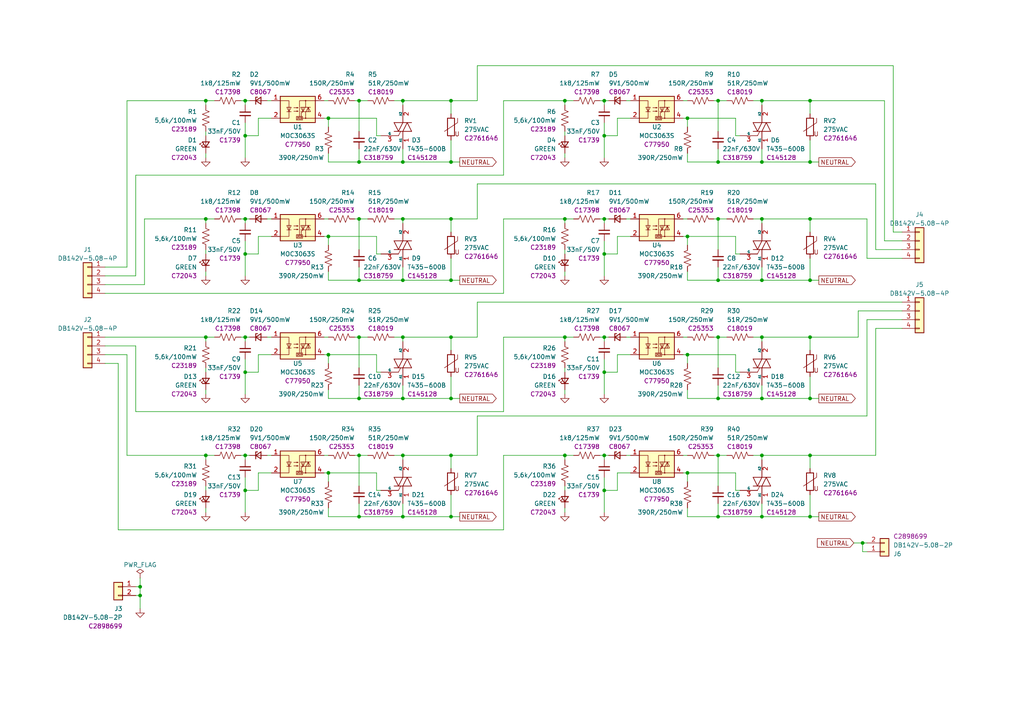
<source format=kicad_sch>
(kicad_sch (version 20230121) (generator eeschema)
  (paper "A4")
  (junction (at 71.12 73.66))
  (junction (at 116.84 81.28))
  (junction (at 208.28 132.08))
  (junction (at 234.95 97.79))
  (junction (at 59.69 29.21))
  (junction (at 199.39 102.87))
  (junction (at 208.28 63.5))
  (junction (at 220.98 97.79))
  (junction (at 71.12 107.95))
  (junction (at 220.98 132.08))
  (junction (at 104.14 149.86))
  (junction (at 163.83 97.79))
  (junction (at 208.28 46.99))
  (junction (at 199.39 68.58))
  (junction (at 234.95 63.5))
  (junction (at 130.81 149.86))
  (junction (at 95.25 68.58))
  (junction (at 220.98 63.5))
  (junction (at 104.14 97.79))
  (junction (at 208.28 81.28))
  (junction (at 95.25 137.16))
  (junction (at 234.95 29.21))
  (junction (at 175.26 63.5))
  (junction (at 116.84 115.57))
  (junction (at 208.28 149.86))
  (junction (at 104.14 29.21))
  (junction (at 71.12 142.24))
  (junction (at 59.69 132.08))
  (junction (at 208.28 115.57))
  (junction (at 130.81 132.08))
  (junction (at 130.81 115.57))
  (junction (at 220.98 46.99))
  (junction (at 116.84 132.08))
  (junction (at 234.95 149.86))
  (junction (at 71.12 29.21))
  (junction (at 104.14 63.5))
  (junction (at 163.83 63.5))
  (junction (at 175.26 39.37))
  (junction (at 175.26 142.24))
  (junction (at 199.39 34.29))
  (junction (at 71.12 97.79))
  (junction (at 234.95 115.57))
  (junction (at 130.81 81.28))
  (junction (at 130.81 63.5))
  (junction (at 175.26 107.95))
  (junction (at 40.64 172.72))
  (junction (at 71.12 132.08))
  (junction (at 163.83 29.21))
  (junction (at 220.98 115.57))
  (junction (at 130.81 46.99))
  (junction (at 40.64 170.18))
  (junction (at 175.26 132.08))
  (junction (at 208.28 29.21))
  (junction (at 116.84 46.99))
  (junction (at 130.81 97.79))
  (junction (at 130.81 29.21))
  (junction (at 220.98 81.28))
  (junction (at 104.14 132.08))
  (junction (at 116.84 97.79))
  (junction (at 95.25 102.87))
  (junction (at 163.83 132.08))
  (junction (at 250.19 157.48))
  (junction (at 59.69 63.5))
  (junction (at 116.84 63.5))
  (junction (at 71.12 63.5))
  (junction (at 116.84 29.21))
  (junction (at 208.28 97.79))
  (junction (at 116.84 149.86))
  (junction (at 104.14 46.99))
  (junction (at 95.25 34.29))
  (junction (at 175.26 73.66))
  (junction (at 234.95 132.08))
  (junction (at 104.14 115.57))
  (junction (at 199.39 137.16))
  (junction (at 234.95 81.28))
  (junction (at 104.14 81.28))
  (junction (at 220.98 149.86))
  (junction (at 59.69 97.79))
  (junction (at 220.98 29.21))
  (junction (at 234.95 46.99))
  (junction (at 175.26 97.79))
  (junction (at 71.12 39.37))
  (junction (at 175.26 29.21))
  (wire (pts (xy 146.05 153.67) (xy 146.05 132.08)))
  (wire (pts (xy 95.25 102.87) (xy 95.25 105.41)))
  (wire (pts (xy 234.95 132.08) (xy 234.95 135.89)))
  (wire (pts (xy 30.48 100.33) (xy 39.37 100.33)))
  (wire (pts (xy 175.26 142.24) (xy 179.07 142.24)))
  (wire (pts (xy 95.25 137.16) (xy 95.25 139.7)))
  (wire (pts (xy 59.69 132.08) (xy 62.23 132.08)))
  (wire (pts (xy 248.92 90.17) (xy 261.62 90.17)))
  (wire (pts (xy 95.25 34.29) (xy 95.25 36.83)))
  (wire (pts (xy 130.81 149.86) (xy 133.35 149.86)))
  (wire (pts (xy 36.83 132.08) (xy 59.69 132.08)))
  (wire (pts (xy 213.36 107.95) (xy 213.36 102.87)))
  (wire (pts (xy 173.99 97.79) (xy 175.26 97.79)))
  (wire (pts (xy 40.64 167.64) (xy 40.64 170.18)))
  (wire (pts (xy 130.81 63.5) (xy 138.43 63.5)))
  (wire (pts (xy 181.61 63.5) (xy 182.88 63.5)))
  (wire (pts (xy 39.37 80.01) (xy 39.37 50.8)))
  (wire (pts (xy 36.83 29.21) (xy 59.69 29.21)))
  (wire (pts (xy 213.36 142.24) (xy 213.36 137.16)))
  (wire (pts (xy 116.84 63.5) (xy 130.81 63.5)))
  (wire (pts (xy 71.12 35.56) (xy 71.12 39.37)))
  (wire (pts (xy 198.12 137.16) (xy 199.39 137.16)))
  (wire (pts (xy 198.12 102.87) (xy 199.39 102.87)))
  (wire (pts (xy 163.83 147.32) (xy 163.83 148.59)))
  (wire (pts (xy 59.69 106.68) (xy 59.69 107.95)))
  (wire (pts (xy 74.93 137.16) (xy 74.93 142.24)))
  (wire (pts (xy 95.25 113.03) (xy 95.25 115.57)))
  (wire (pts (xy 130.81 63.5) (xy 130.81 67.31)))
  (wire (pts (xy 104.14 132.08) (xy 104.14 140.97)))
  (wire (pts (xy 39.37 100.33) (xy 39.37 119.38)))
  (wire (pts (xy 41.91 82.55) (xy 41.91 63.5)))
  (wire (pts (xy 93.98 102.87) (xy 95.25 102.87)))
  (wire (pts (xy 69.85 132.08) (xy 71.12 132.08)))
  (wire (pts (xy 104.14 63.5) (xy 104.14 72.39)))
  (wire (pts (xy 175.26 69.85) (xy 175.26 73.66)))
  (wire (pts (xy 138.43 29.21) (xy 138.43 19.05)))
  (wire (pts (xy 208.28 132.08) (xy 208.28 140.97)))
  (wire (pts (xy 247.65 157.48) (xy 250.19 157.48)))
  (wire (pts (xy 77.47 97.79) (xy 78.74 97.79)))
  (wire (pts (xy 74.93 137.16) (xy 78.74 137.16)))
  (wire (pts (xy 110.49 142.24) (xy 109.22 142.24)))
  (wire (pts (xy 109.22 39.37) (xy 109.22 34.29)))
  (wire (pts (xy 59.69 38.1) (xy 59.69 39.37)))
  (wire (pts (xy 208.28 29.21) (xy 210.82 29.21)))
  (wire (pts (xy 220.98 97.79) (xy 234.95 97.79)))
  (wire (pts (xy 116.84 97.79) (xy 130.81 97.79)))
  (wire (pts (xy 116.84 29.21) (xy 116.84 30.48)))
  (wire (pts (xy 163.83 29.21) (xy 163.83 30.48)))
  (wire (pts (xy 95.25 147.32) (xy 95.25 149.86)))
  (wire (pts (xy 220.98 29.21) (xy 234.95 29.21)))
  (wire (pts (xy 77.47 63.5) (xy 78.74 63.5)))
  (wire (pts (xy 95.25 63.5) (xy 93.98 63.5)))
  (wire (pts (xy 234.95 46.99) (xy 237.49 46.99)))
  (wire (pts (xy 208.28 77.47) (xy 208.28 81.28)))
  (wire (pts (xy 116.84 43.18) (xy 116.84 46.99)))
  (wire (pts (xy 199.39 78.74) (xy 199.39 81.28)))
  (wire (pts (xy 175.26 107.95) (xy 175.26 114.3)))
  (wire (pts (xy 234.95 29.21) (xy 256.54 29.21)))
  (wire (pts (xy 207.01 29.21) (xy 208.28 29.21)))
  (wire (pts (xy 175.26 138.43) (xy 175.26 142.24)))
  (wire (pts (xy 69.85 97.79) (xy 71.12 97.79)))
  (wire (pts (xy 104.14 43.18) (xy 104.14 46.99)))
  (wire (pts (xy 175.26 133.35) (xy 175.26 132.08)))
  (wire (pts (xy 71.12 73.66) (xy 71.12 80.01)))
  (wire (pts (xy 220.98 111.76) (xy 220.98 115.57)))
  (wire (pts (xy 163.83 113.03) (xy 163.83 114.3)))
  (wire (pts (xy 175.26 132.08) (xy 176.53 132.08)))
  (wire (pts (xy 175.26 29.21) (xy 176.53 29.21)))
  (wire (pts (xy 234.95 149.86) (xy 237.49 149.86)))
  (wire (pts (xy 71.12 107.95) (xy 74.93 107.95)))
  (wire (pts (xy 77.47 29.21) (xy 78.74 29.21)))
  (wire (pts (xy 199.39 46.99) (xy 208.28 46.99)))
  (wire (pts (xy 207.01 132.08) (xy 208.28 132.08)))
  (wire (pts (xy 95.25 97.79) (xy 93.98 97.79)))
  (wire (pts (xy 40.64 172.72) (xy 40.64 176.53)))
  (wire (pts (xy 104.14 97.79) (xy 106.68 97.79)))
  (wire (pts (xy 179.07 34.29) (xy 179.07 39.37)))
  (wire (pts (xy 208.28 146.05) (xy 208.28 149.86)))
  (wire (pts (xy 163.83 106.68) (xy 163.83 107.95)))
  (wire (pts (xy 175.26 64.77) (xy 175.26 63.5)))
  (wire (pts (xy 71.12 30.48) (xy 71.12 29.21)))
  (wire (pts (xy 220.98 149.86) (xy 234.95 149.86)))
  (wire (pts (xy 95.25 102.87) (xy 109.22 102.87)))
  (wire (pts (xy 40.64 170.18) (xy 40.64 172.72)))
  (wire (pts (xy 130.81 143.51) (xy 130.81 149.86)))
  (wire (pts (xy 59.69 72.39) (xy 59.69 73.66)))
  (wire (pts (xy 163.83 97.79) (xy 166.37 97.79)))
  (wire (pts (xy 36.83 77.47) (xy 36.83 29.21)))
  (wire (pts (xy 173.99 29.21) (xy 175.26 29.21)))
  (wire (pts (xy 39.37 172.72) (xy 40.64 172.72)))
  (wire (pts (xy 199.39 34.29) (xy 199.39 36.83)))
  (wire (pts (xy 214.63 142.24) (xy 213.36 142.24)))
  (wire (pts (xy 93.98 68.58) (xy 95.25 68.58)))
  (wire (pts (xy 198.12 34.29) (xy 199.39 34.29)))
  (wire (pts (xy 199.39 137.16) (xy 213.36 137.16)))
  (wire (pts (xy 163.83 72.39) (xy 163.83 73.66)))
  (wire (pts (xy 179.07 137.16) (xy 182.88 137.16)))
  (wire (pts (xy 220.98 46.99) (xy 234.95 46.99)))
  (wire (pts (xy 256.54 69.85) (xy 261.62 69.85)))
  (wire (pts (xy 199.39 132.08) (xy 198.12 132.08)))
  (wire (pts (xy 30.48 77.47) (xy 36.83 77.47)))
  (wire (pts (xy 181.61 132.08) (xy 182.88 132.08)))
  (wire (pts (xy 71.12 73.66) (xy 74.93 73.66)))
  (wire (pts (xy 71.12 64.77) (xy 71.12 63.5)))
  (wire (pts (xy 199.39 149.86) (xy 208.28 149.86)))
  (wire (pts (xy 220.98 63.5) (xy 220.98 64.77)))
  (wire (pts (xy 163.83 29.21) (xy 166.37 29.21)))
  (wire (pts (xy 218.44 63.5) (xy 220.98 63.5)))
  (wire (pts (xy 175.26 73.66) (xy 175.26 80.01)))
  (wire (pts (xy 138.43 132.08) (xy 138.43 120.65)))
  (wire (pts (xy 234.95 81.28) (xy 237.49 81.28)))
  (wire (pts (xy 254 53.34) (xy 254 72.39)))
  (wire (pts (xy 254 132.08) (xy 254 95.25)))
  (wire (pts (xy 251.46 92.71) (xy 261.62 92.71)))
  (wire (pts (xy 130.81 40.64) (xy 130.81 46.99)))
  (wire (pts (xy 234.95 132.08) (xy 254 132.08)))
  (wire (pts (xy 116.84 77.47) (xy 116.84 81.28)))
  (wire (pts (xy 71.12 132.08) (xy 72.39 132.08)))
  (wire (pts (xy 163.83 78.74) (xy 163.83 80.01)))
  (wire (pts (xy 179.07 68.58) (xy 179.07 73.66)))
  (wire (pts (xy 116.84 146.05) (xy 116.84 149.86)))
  (wire (pts (xy 102.87 63.5) (xy 104.14 63.5)))
  (wire (pts (xy 213.36 39.37) (xy 213.36 34.29)))
  (wire (pts (xy 104.14 111.76) (xy 104.14 115.57)))
  (wire (pts (xy 104.14 146.05) (xy 104.14 149.86)))
  (wire (pts (xy 254 95.25) (xy 261.62 95.25)))
  (wire (pts (xy 146.05 29.21) (xy 163.83 29.21)))
  (wire (pts (xy 199.39 68.58) (xy 213.36 68.58)))
  (wire (pts (xy 179.07 102.87) (xy 179.07 107.95)))
  (wire (pts (xy 218.44 29.21) (xy 220.98 29.21)))
  (wire (pts (xy 220.98 97.79) (xy 220.98 99.06)))
  (wire (pts (xy 138.43 97.79) (xy 138.43 87.63)))
  (wire (pts (xy 39.37 50.8) (xy 146.05 50.8)))
  (wire (pts (xy 71.12 39.37) (xy 71.12 45.72)))
  (wire (pts (xy 220.98 132.08) (xy 234.95 132.08)))
  (wire (pts (xy 208.28 97.79) (xy 210.82 97.79)))
  (wire (pts (xy 175.26 63.5) (xy 176.53 63.5)))
  (wire (pts (xy 114.3 97.79) (xy 116.84 97.79)))
  (wire (pts (xy 110.49 73.66) (xy 109.22 73.66)))
  (wire (pts (xy 95.25 137.16) (xy 109.22 137.16)))
  (wire (pts (xy 95.25 29.21) (xy 93.98 29.21)))
  (wire (pts (xy 116.84 63.5) (xy 116.84 64.77)))
  (wire (pts (xy 208.28 81.28) (xy 220.98 81.28)))
  (wire (pts (xy 251.46 160.02) (xy 250.19 160.02)))
  (wire (pts (xy 254 72.39) (xy 261.62 72.39)))
  (wire (pts (xy 199.39 102.87) (xy 213.36 102.87)))
  (wire (pts (xy 71.12 39.37) (xy 74.93 39.37)))
  (wire (pts (xy 74.93 102.87) (xy 74.93 107.95)))
  (wire (pts (xy 218.44 132.08) (xy 220.98 132.08)))
  (wire (pts (xy 175.26 107.95) (xy 179.07 107.95)))
  (wire (pts (xy 199.39 44.45) (xy 199.39 46.99)))
  (wire (pts (xy 146.05 50.8) (xy 146.05 29.21)))
  (wire (pts (xy 163.83 132.08) (xy 163.83 133.35)))
  (wire (pts (xy 234.95 29.21) (xy 234.95 33.02)))
  (wire (pts (xy 109.22 107.95) (xy 109.22 102.87)))
  (wire (pts (xy 220.98 132.08) (xy 220.98 133.35)))
  (wire (pts (xy 59.69 132.08) (xy 59.69 133.35)))
  (wire (pts (xy 104.14 115.57) (xy 116.84 115.57)))
  (wire (pts (xy 59.69 113.03) (xy 59.69 114.3)))
  (wire (pts (xy 59.69 97.79) (xy 62.23 97.79)))
  (wire (pts (xy 95.25 68.58) (xy 109.22 68.58)))
  (wire (pts (xy 59.69 44.45) (xy 59.69 45.72)))
  (wire (pts (xy 234.95 109.22) (xy 234.95 115.57)))
  (wire (pts (xy 213.36 73.66) (xy 213.36 68.58)))
  (wire (pts (xy 104.14 149.86) (xy 116.84 149.86)))
  (wire (pts (xy 138.43 87.63) (xy 261.62 87.63)))
  (wire (pts (xy 130.81 132.08) (xy 130.81 135.89)))
  (wire (pts (xy 175.26 142.24) (xy 175.26 148.59)))
  (wire (pts (xy 146.05 119.38) (xy 146.05 97.79)))
  (wire (pts (xy 71.12 142.24) (xy 74.93 142.24)))
  (wire (pts (xy 74.93 68.58) (xy 74.93 73.66)))
  (wire (pts (xy 220.98 81.28) (xy 234.95 81.28)))
  (wire (pts (xy 146.05 85.09) (xy 146.05 63.5)))
  (wire (pts (xy 34.29 105.41) (xy 34.29 153.67)))
  (wire (pts (xy 208.28 97.79) (xy 208.28 106.68)))
  (wire (pts (xy 207.01 63.5) (xy 208.28 63.5)))
  (wire (pts (xy 199.39 68.58) (xy 199.39 71.12)))
  (wire (pts (xy 179.07 34.29) (xy 182.88 34.29)))
  (wire (pts (xy 95.25 132.08) (xy 93.98 132.08)))
  (wire (pts (xy 220.98 77.47) (xy 220.98 81.28)))
  (wire (pts (xy 218.44 97.79) (xy 220.98 97.79)))
  (wire (pts (xy 30.48 80.01) (xy 39.37 80.01)))
  (wire (pts (xy 181.61 97.79) (xy 182.88 97.79)))
  (wire (pts (xy 59.69 63.5) (xy 62.23 63.5)))
  (wire (pts (xy 220.98 29.21) (xy 220.98 30.48)))
  (wire (pts (xy 104.14 29.21) (xy 106.68 29.21)))
  (wire (pts (xy 199.39 63.5) (xy 198.12 63.5)))
  (wire (pts (xy 116.84 97.79) (xy 116.84 99.06)))
  (wire (pts (xy 39.37 170.18) (xy 40.64 170.18)))
  (wire (pts (xy 220.98 115.57) (xy 234.95 115.57)))
  (wire (pts (xy 208.28 111.76) (xy 208.28 115.57)))
  (wire (pts (xy 116.84 132.08) (xy 116.84 133.35)))
  (wire (pts (xy 109.22 73.66) (xy 109.22 68.58)))
  (wire (pts (xy 250.19 160.02) (xy 250.19 157.48)))
  (wire (pts (xy 146.05 132.08) (xy 163.83 132.08)))
  (wire (pts (xy 208.28 63.5) (xy 210.82 63.5)))
  (wire (pts (xy 163.83 44.45) (xy 163.83 45.72)))
  (wire (pts (xy 163.83 63.5) (xy 163.83 64.77)))
  (wire (pts (xy 250.19 157.48) (xy 251.46 157.48)))
  (wire (pts (xy 175.26 30.48) (xy 175.26 29.21)))
  (wire (pts (xy 163.83 140.97) (xy 163.83 142.24)))
  (wire (pts (xy 130.81 109.22) (xy 130.81 115.57)))
  (wire (pts (xy 71.12 133.35) (xy 71.12 132.08)))
  (wire (pts (xy 208.28 46.99) (xy 220.98 46.99)))
  (wire (pts (xy 175.26 73.66) (xy 179.07 73.66)))
  (wire (pts (xy 59.69 29.21) (xy 62.23 29.21)))
  (wire (pts (xy 179.07 102.87) (xy 182.88 102.87)))
  (wire (pts (xy 179.07 68.58) (xy 182.88 68.58)))
  (wire (pts (xy 74.93 34.29) (xy 74.93 39.37)))
  (wire (pts (xy 208.28 29.21) (xy 208.28 38.1)))
  (wire (pts (xy 214.63 107.95) (xy 213.36 107.95)))
  (wire (pts (xy 130.81 97.79) (xy 138.43 97.79)))
  (wire (pts (xy 71.12 63.5) (xy 72.39 63.5)))
  (wire (pts (xy 59.69 29.21) (xy 59.69 30.48)))
  (wire (pts (xy 234.95 63.5) (xy 234.95 67.31)))
  (wire (pts (xy 69.85 63.5) (xy 71.12 63.5)))
  (wire (pts (xy 59.69 78.74) (xy 59.69 80.01)))
  (wire (pts (xy 130.81 115.57) (xy 133.35 115.57)))
  (wire (pts (xy 208.28 115.57) (xy 220.98 115.57)))
  (wire (pts (xy 130.81 46.99) (xy 133.35 46.99)))
  (wire (pts (xy 116.84 29.21) (xy 130.81 29.21)))
  (wire (pts (xy 208.28 43.18) (xy 208.28 46.99)))
  (wire (pts (xy 34.29 153.67) (xy 146.05 153.67)))
  (wire (pts (xy 199.39 97.79) (xy 198.12 97.79)))
  (wire (pts (xy 104.14 81.28) (xy 116.84 81.28)))
  (wire (pts (xy 234.95 143.51) (xy 234.95 149.86)))
  (wire (pts (xy 30.48 97.79) (xy 59.69 97.79)))
  (wire (pts (xy 102.87 29.21) (xy 104.14 29.21)))
  (wire (pts (xy 77.47 132.08) (xy 78.74 132.08)))
  (wire (pts (xy 251.46 63.5) (xy 251.46 74.93)))
  (wire (pts (xy 220.98 146.05) (xy 220.98 149.86)))
  (wire (pts (xy 175.26 39.37) (xy 175.26 45.72)))
  (wire (pts (xy 248.92 97.79) (xy 248.92 90.17)))
  (wire (pts (xy 104.14 46.99) (xy 116.84 46.99)))
  (wire (pts (xy 41.91 63.5) (xy 59.69 63.5)))
  (wire (pts (xy 95.25 115.57) (xy 104.14 115.57)))
  (wire (pts (xy 71.12 29.21) (xy 72.39 29.21)))
  (wire (pts (xy 175.26 104.14) (xy 175.26 107.95)))
  (wire (pts (xy 175.26 99.06) (xy 175.26 97.79)))
  (wire (pts (xy 199.39 113.03) (xy 199.39 115.57)))
  (wire (pts (xy 59.69 97.79) (xy 59.69 99.06)))
  (wire (pts (xy 114.3 29.21) (xy 116.84 29.21)))
  (wire (pts (xy 256.54 29.21) (xy 256.54 69.85)))
  (wire (pts (xy 104.14 63.5) (xy 106.68 63.5)))
  (wire (pts (xy 138.43 120.65) (xy 251.46 120.65)))
  (wire (pts (xy 146.05 97.79) (xy 163.83 97.79)))
  (wire (pts (xy 130.81 74.93) (xy 130.81 81.28)))
  (wire (pts (xy 71.12 138.43) (xy 71.12 142.24)))
  (wire (pts (xy 234.95 40.64) (xy 234.95 46.99)))
  (wire (pts (xy 71.12 99.06) (xy 71.12 97.79)))
  (wire (pts (xy 110.49 39.37) (xy 109.22 39.37)))
  (wire (pts (xy 30.48 85.09) (xy 146.05 85.09)))
  (wire (pts (xy 39.37 119.38) (xy 146.05 119.38)))
  (wire (pts (xy 207.01 97.79) (xy 208.28 97.79)))
  (wire (pts (xy 114.3 63.5) (xy 116.84 63.5)))
  (wire (pts (xy 102.87 97.79) (xy 104.14 97.79)))
  (wire (pts (xy 30.48 105.41) (xy 34.29 105.41)))
  (wire (pts (xy 175.26 97.79) (xy 176.53 97.79)))
  (wire (pts (xy 208.28 132.08) (xy 210.82 132.08)))
  (wire (pts (xy 93.98 137.16) (xy 95.25 137.16)))
  (wire (pts (xy 199.39 102.87) (xy 199.39 105.41)))
  (wire (pts (xy 214.63 39.37) (xy 213.36 39.37)))
  (wire (pts (xy 130.81 29.21) (xy 138.43 29.21)))
  (wire (pts (xy 71.12 69.85) (xy 71.12 73.66)))
  (wire (pts (xy 104.14 132.08) (xy 106.68 132.08)))
  (wire (pts (xy 234.95 97.79) (xy 234.95 101.6)))
  (wire (pts (xy 199.39 147.32) (xy 199.39 149.86)))
  (wire (pts (xy 199.39 115.57) (xy 208.28 115.57)))
  (wire (pts (xy 163.83 97.79) (xy 163.83 99.06)))
  (wire (pts (xy 71.12 107.95) (xy 71.12 114.3)))
  (wire (pts (xy 259.08 19.05) (xy 259.08 67.31)))
  (wire (pts (xy 114.3 132.08) (xy 116.84 132.08)))
  (wire (pts (xy 199.39 29.21) (xy 198.12 29.21)))
  (wire (pts (xy 199.39 81.28) (xy 208.28 81.28)))
  (wire (pts (xy 74.93 68.58) (xy 78.74 68.58)))
  (wire (pts (xy 59.69 140.97) (xy 59.69 142.24)))
  (wire (pts (xy 93.98 34.29) (xy 95.25 34.29)))
  (wire (pts (xy 59.69 147.32) (xy 59.69 148.59)))
  (wire (pts (xy 214.63 73.66) (xy 213.36 73.66)))
  (wire (pts (xy 199.39 34.29) (xy 213.36 34.29)))
  (wire (pts (xy 130.81 29.21) (xy 130.81 33.02)))
  (wire (pts (xy 69.85 29.21) (xy 71.12 29.21)))
  (wire (pts (xy 102.87 132.08) (xy 104.14 132.08)))
  (wire (pts (xy 116.84 132.08) (xy 130.81 132.08)))
  (wire (pts (xy 116.84 115.57) (xy 130.81 115.57)))
  (wire (pts (xy 95.25 78.74) (xy 95.25 81.28)))
  (wire (pts (xy 179.07 137.16) (xy 179.07 142.24)))
  (wire (pts (xy 95.25 149.86) (xy 104.14 149.86)))
  (wire (pts (xy 220.98 43.18) (xy 220.98 46.99)))
  (wire (pts (xy 104.14 97.79) (xy 104.14 106.68)))
  (wire (pts (xy 116.84 46.99) (xy 130.81 46.99)))
  (wire (pts (xy 220.98 63.5) (xy 234.95 63.5)))
  (wire (pts (xy 74.93 102.87) (xy 78.74 102.87)))
  (wire (pts (xy 173.99 63.5) (xy 175.26 63.5)))
  (wire (pts (xy 251.46 120.65) (xy 251.46 92.71)))
  (wire (pts (xy 95.25 81.28) (xy 104.14 81.28)))
  (wire (pts (xy 95.25 44.45) (xy 95.25 46.99)))
  (wire (pts (xy 74.93 34.29) (xy 78.74 34.29)))
  (wire (pts (xy 116.84 81.28) (xy 130.81 81.28)))
  (wire (pts (xy 116.84 111.76) (xy 116.84 115.57)))
  (wire (pts (xy 116.84 149.86) (xy 130.81 149.86)))
  (wire (pts (xy 175.26 35.56) (xy 175.26 39.37)))
  (wire (pts (xy 71.12 142.24) (xy 71.12 148.59)))
  (wire (pts (xy 234.95 63.5) (xy 251.46 63.5)))
  (wire (pts (xy 234.95 97.79) (xy 248.92 97.79)))
  (wire (pts (xy 110.49 107.95) (xy 109.22 107.95)))
  (wire (pts (xy 199.39 137.16) (xy 199.39 139.7)))
  (wire (pts (xy 163.83 63.5) (xy 166.37 63.5)))
  (wire (pts (xy 163.83 38.1) (xy 163.83 39.37)))
  (wire (pts (xy 130.81 132.08) (xy 138.43 132.08)))
  (wire (pts (xy 36.83 102.87) (xy 36.83 132.08)))
  (wire (pts (xy 59.69 63.5) (xy 59.69 64.77)))
  (wire (pts (xy 95.25 46.99) (xy 104.14 46.99)))
  (wire (pts (xy 95.25 68.58) (xy 95.25 71.12)))
  (wire (pts (xy 138.43 63.5) (xy 138.43 53.34)))
  (wire (pts (xy 30.48 102.87) (xy 36.83 102.87)))
  (wire (pts (xy 104.14 29.21) (xy 104.14 38.1)))
  (wire (pts (xy 198.12 68.58) (xy 199.39 68.58)))
  (wire (pts (xy 234.95 115.57) (xy 237.49 115.57)))
  (wire (pts (xy 163.83 132.08) (xy 166.37 132.08)))
  (wire (pts (xy 234.95 74.93) (xy 234.95 81.28)))
  (wire (pts (xy 251.46 74.93) (xy 261.62 74.93)))
  (wire (pts (xy 138.43 19.05) (xy 259.08 19.05)))
  (wire (pts (xy 95.25 34.29) (xy 109.22 34.29)))
  (wire (pts (xy 71.12 97.79) (xy 72.39 97.79)))
  (wire (pts (xy 130.81 97.79) (xy 130.81 101.6)))
  (wire (pts (xy 259.08 67.31) (xy 261.62 67.31)))
  (wire (pts (xy 138.43 53.34) (xy 254 53.34)))
  (wire (pts (xy 175.26 39.37) (xy 179.07 39.37)))
  (wire (pts (xy 71.12 104.14) (xy 71.12 107.95)))
  (wire (pts (xy 208.28 149.86) (xy 220.98 149.86)))
  (wire (pts (xy 173.99 132.08) (xy 175.26 132.08)))
  (wire (pts (xy 30.48 82.55) (xy 41.91 82.55)))
  (wire (pts (xy 146.05 63.5) (xy 163.83 63.5)))
  (wire (pts (xy 109.22 142.24) (xy 109.22 137.16)))
  (wire (pts (xy 130.81 81.28) (xy 133.35 81.28)))
  (wire (pts (xy 104.14 77.47) (xy 104.14 81.28)))
  (wire (pts (xy 181.61 29.21) (xy 182.88 29.21)))
  (wire (pts (xy 208.28 63.5) (xy 208.28 72.39)))
  (global_label "NEUTRAL" (shape output) (at 133.35 149.86 0) (property "Intersheetrefs" "${INTERSHEET_REFS}" (effects hide)))
  (global_label "NEUTRAL" (shape output) (at 133.35 115.57 0) (property "Intersheetrefs" "${INTERSHEET_REFS}" (effects hide)))
  (global_label "NEUTRAL" (shape output) (at 133.35 46.99 0) (property "Intersheetrefs" "${INTERSHEET_REFS}" (effects hide)))
  (global_label "NEUTRAL" (shape output) (at 237.49 149.86 0) (property "Intersheetrefs" "${INTERSHEET_REFS}" (effects hide)))
  (global_label "NEUTRAL" (shape output) (at 237.49 46.99 0) (property "Intersheetrefs" "${INTERSHEET_REFS}" (effects hide)))
  (global_label "NEUTRAL" (shape input) (at 247.65 157.48 180) (property "Intersheetrefs" "${INTERSHEET_REFS}" (effects hide)))
  (global_label "NEUTRAL" (shape output) (at 133.35 81.28 0) (property "Intersheetrefs" "${INTERSHEET_REFS}" (effects hide)))
  (global_label "NEUTRAL" (shape output) (at 237.49 115.57 0) (property "Intersheetrefs" "${INTERSHEET_REFS}" (effects hide)))
  (global_label "NEUTRAL" (shape output) (at 237.49 81.28 0) (property "Intersheetrefs" "${INTERSHEET_REFS}" (effects hide)))
  (symbol (lib_id "Device:LED_Small") (at 163.83 76.2 90) (unit 1)
    (property "Reference" "D10" (at 161.29 74.93 90) (effects (justify left)))
    (property "Value" "GREEN" (at 161.29 77.47 90) (effects (justify left)))
    (property "Footprint" "Tales:LED_0603_1608Metric" (effects hide))
    (property "Mfr" "Everlight" (effects hide))
    (property "Technology" "InGaN" (effects hide))
    (property "Vendor" "JLCPCB" (effects hide))
    (property "LCSC Part #" "C72043" (at 161.29 80.01 90) (effects (justify left)))
    (property "JLCPCB BOM" "1" (effects hide))
    (property "Vendor Part #" "C72043" (effects hide))
    (property "Package" "0603" (effects hide))
    (property "Mfr Part #" "19-217/GHC-YR1S2/3T" (effects hide))
  )
  (symbol (lib_id "Device:Varistor") (at 130.81 139.7 0) (mirror y) (unit 1)
    (property "Reference" "RV7" (at 134.62 137.8942 0) (effects (justify right)))
    (property "Value" "275VAC" (at 134.62 140.4342 0) (effects (justify right)))
    (property "Footprint" "Tales:RV_Disc_D9.50mm_W3.6mm_P5.08mm" (effects hide))
    (property "JLCPCB BOM" "1" (effects hide))
    (property "LCSC Part #" "C2761646" (at 134.62 142.9742 0) (effects (justify right)))
    (property "Mfr" "Dersonic" (effects hide))
    (property "Mfr Part #" "RM07D431KC1IE100" (effects hide))
    (property "Technology" "MOV" (effects hide))
    (property "Vendor" "JLCPCB" (effects hide))
    (property "Vendor Part #" "C2761646" (effects hide))
    (property "Package" "12x7.5mm" (effects hide))
  )
  (symbol (lib_id "Device:R_US") (at 99.06 97.79 270) (mirror x) (unit 1)
    (property "Reference" "R24" (at 102.87 90.17 90) (effects (justify right)))
    (property "Value" "150R/250mW" (at 102.87 92.71 90) (effects (justify right)))
    (property "Footprint" "Tales:R_1206_3216Metric" (effects hide))
    (property "JLCPCB BOM" "1" (effects hide))
    (property "LCSC Part #" "C25353" (at 102.87 95.25 90) (effects (justify right)))
    (property "Mfr" "UNI-ROYAL(Uniroyal Elec)" (effects hide))
    (property "Mfr Part #" "1206W4J0151T5E" (effects hide))
    (property "Technology" "Thick Film" (effects hide))
    (property "Vendor" "JLCPCB" (effects hide))
    (property "Vendor Part #" "C25353" (effects hide))
    (property "Package" "1206/3216" (effects hide))
  )
  (symbol (lib_id "Device:Varistor") (at 234.95 71.12 0) (mirror y) (unit 1)
    (property "Reference" "RV4" (at 238.76 69.3142 0) (effects (justify right)))
    (property "Value" "275VAC" (at 238.76 71.8542 0) (effects (justify right)))
    (property "Footprint" "Tales:RV_Disc_D9.50mm_W3.6mm_P5.08mm" (effects hide))
    (property "JLCPCB BOM" "1" (effects hide))
    (property "LCSC Part #" "C2761646" (at 238.76 74.3942 0) (effects (justify right)))
    (property "Mfr" "Dersonic" (effects hide))
    (property "Mfr Part #" "RM07D431KC1IE100" (effects hide))
    (property "Technology" "MOV" (effects hide))
    (property "Vendor" "JLCPCB" (effects hide))
    (property "Vendor Part #" "C2761646" (effects hide))
    (property "Package" "12x7.5mm" (effects hide))
  )
  (symbol (lib_id "Device:R_US") (at 199.39 109.22 0) (mirror y) (unit 1)
    (property "Reference" "R28" (at 198.12 111.76 0) (effects (justify left)))
    (property "Value" "390R/250mW" (at 198.12 114.3 0) (effects (justify left)))
    (property "Footprint" "Tales:R_1206_3216Metric" (effects hide))
    (property "JLCPCB BOM" "1" (effects hide))
    (property "LCSC Part #" "C25378" (effects hide))
    (property "Mfr" "UNI-ROYAL(Uniroyal Elec)" (effects hide))
    (property "Mfr Part #" "1206W4J0391T5E" (effects hide))
    (property "Technology" "Thick Film" (effects hide))
    (property "Vendor" "JLCPCB" (effects hide))
    (property "Vendor Part #" "C25378" (effects hide))
    (property "Package" "1206/3216" (effects hide))
  )
  (symbol (lib_id "Device:R_US") (at 199.39 40.64 0) (mirror y) (unit 1)
    (property "Reference" "R8" (at 198.12 43.18 0) (effects (justify left)))
    (property "Value" "390R/250mW" (at 198.12 45.72 0) (effects (justify left)))
    (property "Footprint" "Tales:R_1206_3216Metric" (effects hide))
    (property "JLCPCB BOM" "1" (effects hide))
    (property "LCSC Part #" "C25378" (effects hide))
    (property "Mfr" "UNI-ROYAL(Uniroyal Elec)" (effects hide))
    (property "Mfr Part #" "1206W4J0391T5E" (effects hide))
    (property "Technology" "Thick Film" (effects hide))
    (property "Vendor" "JLCPCB" (effects hide))
    (property "Vendor Part #" "C25378" (effects hide))
    (property "Package" "1206/3216" (effects hide))
  )
  (symbol (lib_id "Device:R_US") (at 170.18 132.08 270) (unit 1)
    (property "Reference" "R37" (at 173.99 124.46 90) (effects (justify right)))
    (property "Value" "1k8/125mW" (at 173.99 127 90) (effects (justify right)))
    (property "Footprint" "Tales:R_0805_2012Metric" (effects hide))
    (property "Mfr" "UNI-ROYAL(Uniroyal Elec)" (effects hide))
    (property "Vendor" "JLCPCB" (effects hide))
    (property "Technology" "Thick Film" (effects hide))
    (property "LCSC Part #" "C17398" (at 173.99 129.54 90) (effects (justify right)))
    (property "JLCPCB BOM" "1" (effects hide))
    (property "Vendor Part #" "C17398" (effects hide))
    (property "Package" "0805/2012" (effects hide))
    (property "Mfr Part #" "0805W8F1801T5E" (effects hide))
  )
  (symbol (lib_id "Device:R_US") (at 99.06 63.5 270) (mirror x) (unit 1)
    (property "Reference" "R14" (at 102.87 55.88 90) (effects (justify right)))
    (property "Value" "150R/250mW" (at 102.87 58.42 90) (effects (justify right)))
    (property "Footprint" "Tales:R_1206_3216Metric" (effects hide))
    (property "JLCPCB BOM" "1" (effects hide))
    (property "LCSC Part #" "C25353" (at 102.87 60.96 90) (effects (justify right)))
    (property "Mfr" "UNI-ROYAL(Uniroyal Elec)" (effects hide))
    (property "Mfr Part #" "1206W4J0151T5E" (effects hide))
    (property "Technology" "Thick Film" (effects hide))
    (property "Vendor" "JLCPCB" (effects hide))
    (property "Vendor Part #" "C25353" (effects hide))
    (property "Package" "1206/3216" (effects hide))
  )
  (symbol (lib_id "Device:C_Small") (at 71.12 101.6 0) (unit 1)
    (property "Reference" "C9" (at 69.85 104.14 0) (effects (justify right)))
    (property "Value" "33nF/50V" (at 69.85 106.68 0) (effects (justify right)))
    (property "Footprint" "Tales:C_0805_2012Metric" (effects hide))
    (property "Technology" "Ceramic" (effects hide))
    (property "Mfr" "FH" (effects hide))
    (property "Vendor" "JLCPCB" (effects hide))
    (property "LCSC Part #" "C1739" (at 69.85 109.22 0) (effects (justify right)))
    (property "JLCPCB BOM" "1" (effects hide))
    (property "Vendor Part #" "C1739" (effects hide))
    (property "Package" "0805/2012" (effects hide))
  )
  (symbol (lib_id "Tales:T435-600B") (at 116.84 36.83 0) (unit 1)
    (property "Reference" "D3" (at 119.38 40.64 0) (effects (justify left)))
    (property "Value" "T435-600B" (at 118.11 43.18 0) (effects (justify left)))
    (property "Footprint" "Tales:TO-252-2" (effects hide))
    (property "JLCPCB BOM" "1" (effects hide))
    (property "LCSC Part #" "C145128" (at 118.11 45.72 0) (effects (justify left)))
    (property "Mfr" "STMicroelectronics" (effects hide))
    (property "Mfr Part #" "T435-600B-TR" (effects hide))
    (property "Technology" "Snubberless" (effects hide))
    (property "Vendor" "JLCPCB" (effects hide))
    (property "Vendor Part #" "C145128" (effects hide))
    (property "Package" "TO-252-2(DPAK)" (effects hide))
  )
  (symbol (lib_id "power:GND") (at 71.12 45.72 0) (unit 1)
    (property "Reference" "#PWR03" (effects hide))
    (property "Value" "GNDREF" (effects hide))
  )
  (symbol (lib_id "Connector_Generic:Conn_01x02") (at 256.54 160.02 0) (mirror x) (unit 1)
    (property "Reference" "J6" (at 259.08 160.655 0) (effects (justify left)))
    (property "Value" "DB142V-5.08-2P" (at 259.08 158.115 0) (effects (justify left)))
    (property "Footprint" "Tales:TerminalBlock_Dibo_DB142V-5.08-2P_1x02_P5.08mm_Vertical" (effects hide))
    (property "JLCPCB BOM" "1" (effects hide))
    (property "LCSC Part #" "C2898699" (at 259.08 155.575 0) (effects (justify left)))
    (property "Mfr" "DIBO" (effects hide))
    (property "Mfr Part #" "DB142V-5.08-2P" (effects hide))
    (property "Vendor" "JLCPCB" (effects hide))
    (property "Vendor Part #" "C2898699" (effects hide))
    (property "Technology" "Spring Cage" (effects hide))
    (property "Package" "01x08 P5.08" (effects hide))
  )
  (symbol (lib_id "Device:LED_Small") (at 59.69 76.2 90) (unit 1)
    (property "Reference" "D7" (at 57.15 74.93 90) (effects (justify left)))
    (property "Value" "GREEN" (at 57.15 77.47 90) (effects (justify left)))
    (property "Footprint" "Tales:LED_0603_1608Metric" (effects hide))
    (property "Mfr" "Everlight" (effects hide))
    (property "Technology" "InGaN" (effects hide))
    (property "Vendor" "JLCPCB" (effects hide))
    (property "LCSC Part #" "C72043" (at 57.15 80.01 90) (effects (justify left)))
    (property "JLCPCB BOM" "1" (effects hide))
    (property "Vendor Part #" "C72043" (effects hide))
    (property "Package" "0603" (effects hide))
    (property "Mfr Part #" "19-217/GHC-YR1S2/3T" (effects hide))
  )
  (symbol (lib_id "Relay_SolidState:MOC3063M") (at 86.36 100.33 0) (unit 1)
    (property "Reference" "U5" (at 86.36 105.41 0))
    (property "Value" "MOC3063S" (at 86.36 107.95 0))
    (property "Footprint" "Tales:SMDIP-6_W9.53mm_Clearance8mm" (effects hide))
    (property "JLCPCB BOM" "1" (effects hide))
    (property "LCSC Part #" "C77950" (at 86.36 110.49 0))
    (property "Mfr" "Lite-On" (effects hide))
    (property "Mfr Part #" "MOC3063S-TA1" (effects hide))
    (property "Technology" "Zero Cross" (effects hide))
    (property "Vendor" "JLCPCB" (effects hide))
    (property "Vendor Part #" "C77950" (effects hide))
    (property "Package" "SOP6-P2.54" (effects hide))
  )
  (symbol (lib_id "Device:R_US") (at 110.49 63.5 270) (mirror x) (unit 1)
    (property "Reference" "R15" (at 106.68 55.88 90) (effects (justify left)))
    (property "Value" "51R/250mW" (at 106.68 58.42 90) (effects (justify left)))
    (property "Footprint" "Tales:R_1206_3216Metric" (effects hide))
    (property "JLCPCB BOM" "1" (effects hide))
    (property "LCSC Part #" "C18019" (at 106.68 60.96 90) (effects (justify left)))
    (property "Mfr" "UNI-ROYAL(Uniroyal Elec)" (effects hide))
    (property "Mfr Part #" "1206W4F510JT5E" (effects hide))
    (property "Technology" "Thick Film" (effects hide))
    (property "Vendor" "JLCPCB" (effects hide))
    (property "Vendor Part #" "C18019" (effects hide))
    (property "Package" "1206/3216" (effects hide))
  )
  (symbol (lib_id "Device:C_Small") (at 71.12 67.31 0) (unit 1)
    (property "Reference" "C5" (at 69.85 69.85 0) (effects (justify right)))
    (property "Value" "33nF/50V" (at 69.85 72.39 0) (effects (justify right)))
    (property "Footprint" "Tales:C_0805_2012Metric" (effects hide))
    (property "Technology" "Ceramic" (effects hide))
    (property "Mfr" "FH" (effects hide))
    (property "Vendor" "JLCPCB" (effects hide))
    (property "LCSC Part #" "C1739" (at 69.85 74.93 0) (effects (justify right)))
    (property "JLCPCB BOM" "1" (effects hide))
    (property "Vendor Part #" "C1739" (effects hide))
    (property "Package" "0805/2012" (effects hide))
  )
  (symbol (lib_id "Device:C_Small") (at 175.26 101.6 0) (unit 1)
    (property "Reference" "C11" (at 173.99 104.14 0) (effects (justify right)))
    (property "Value" "33nF/50V" (at 173.99 106.68 0) (effects (justify right)))
    (property "Footprint" "Tales:C_0805_2012Metric" (effects hide))
    (property "Technology" "Ceramic" (effects hide))
    (property "Mfr" "FH" (effects hide))
    (property "Vendor" "JLCPCB" (effects hide))
    (property "LCSC Part #" "C1739" (at 173.99 109.22 0) (effects (justify right)))
    (property "JLCPCB BOM" "1" (effects hide))
    (property "Vendor Part #" "C1739" (effects hide))
    (property "Package" "0805/2012" (effects hide))
  )
  (symbol (lib_id "Device:C_Small") (at 208.28 74.93 0) (mirror y) (unit 1)
    (property "Reference" "C8" (at 210.82 74.93 0) (effects (justify right)))
    (property "Value" "22nF/630V" (at 209.55 77.47 0) (effects (justify right)))
    (property "Footprint" "Tales:C_1206_3216Metric" (effects hide))
    (property "JLCPCB BOM" "1" (effects hide))
    (property "LCSC Part #" "C318759" (at 209.55 80.01 0) (effects (justify right)))
    (property "Mfr" "Samsung Electro-Mechanics" (effects hide))
    (property "Mfr Part #" "CL31B223KHHNNNE" (effects hide))
    (property "Technology" "X7R" (effects hide))
    (property "Vendor" "JLCPCB" (effects hide))
    (property "Vendor Part #" "C318759" (effects hide))
    (property "Package" "1206" (effects hide))
  )
  (symbol (lib_id "Device:C_Small") (at 208.28 143.51 0) (mirror y) (unit 1)
    (property "Reference" "C16" (at 210.82 143.51 0) (effects (justify right)))
    (property "Value" "22nF/630V" (at 209.55 146.05 0) (effects (justify right)))
    (property "Footprint" "Tales:C_1206_3216Metric" (effects hide))
    (property "JLCPCB BOM" "1" (effects hide))
    (property "LCSC Part #" "C318759" (at 209.55 148.59 0) (effects (justify right)))
    (property "Mfr" "Samsung Electro-Mechanics" (effects hide))
    (property "Mfr Part #" "CL31B223KHHNNNE" (effects hide))
    (property "Technology" "X7R" (effects hide))
    (property "Vendor" "JLCPCB" (effects hide))
    (property "Vendor Part #" "C318759" (effects hide))
    (property "Package" "1206" (effects hide))
  )
  (symbol (lib_id "Tales:T435-600B") (at 116.84 71.12 0) (unit 1)
    (property "Reference" "D9" (at 119.38 74.93 0) (effects (justify left)))
    (property "Value" "T435-600B" (at 118.11 77.47 0) (effects (justify left)))
    (property "Footprint" "Tales:TO-252-2" (effects hide))
    (property "JLCPCB BOM" "1" (effects hide))
    (property "LCSC Part #" "C145128" (at 118.11 80.01 0) (effects (justify left)))
    (property "Mfr" "STMicroelectronics" (effects hide))
    (property "Mfr Part #" "T435-600B-TR" (effects hide))
    (property "Technology" "Snubberless" (effects hide))
    (property "Vendor" "JLCPCB" (effects hide))
    (property "Vendor Part #" "C145128" (effects hide))
    (property "Package" "TO-252-2(DPAK)" (effects hide))
  )
  (symbol (lib_id "power:PWR_FLAG") (at 40.64 167.64 0) (unit 1)
    (property "Reference" "#FLG01" (effects hide))
    (property "Value" "PWR_FLAG" (at 40.64 163.83 0))
  )
  (symbol (lib_id "Device:C_Small") (at 208.28 109.22 0) (mirror y) (unit 1)
    (property "Reference" "C12" (at 210.82 109.22 0) (effects (justify right)))
    (property "Value" "22nF/630V" (at 209.55 111.76 0) (effects (justify right)))
    (property "Footprint" "Tales:C_1206_3216Metric" (effects hide))
    (property "JLCPCB BOM" "1" (effects hide))
    (property "LCSC Part #" "C318759" (at 209.55 114.3 0) (effects (justify right)))
    (property "Mfr" "Samsung Electro-Mechanics" (effects hide))
    (property "Mfr Part #" "CL31B223KHHNNNE" (effects hide))
    (property "Technology" "X7R" (effects hide))
    (property "Vendor" "JLCPCB" (effects hide))
    (property "Vendor Part #" "C318759" (effects hide))
    (property "Package" "1206" (effects hide))
  )
  (symbol (lib_id "Device:C_Small") (at 104.14 143.51 0) (mirror y) (unit 1)
    (property "Reference" "C14" (at 106.68 143.51 0) (effects (justify right)))
    (property "Value" "22nF/630V" (at 105.41 146.05 0) (effects (justify right)))
    (property "Footprint" "Tales:C_1206_3216Metric" (effects hide))
    (property "JLCPCB BOM" "1" (effects hide))
    (property "LCSC Part #" "C318759" (at 105.41 148.59 0) (effects (justify right)))
    (property "Mfr" "Samsung Electro-Mechanics" (effects hide))
    (property "Mfr Part #" "CL31B223KHHNNNE" (effects hide))
    (property "Technology" "X7R" (effects hide))
    (property "Vendor" "JLCPCB" (effects hide))
    (property "Vendor Part #" "C318759" (effects hide))
    (property "Package" "1206" (effects hide))
  )
  (symbol (lib_id "Device:C_Small") (at 175.26 135.89 0) (unit 1)
    (property "Reference" "C15" (at 173.99 138.43 0) (effects (justify right)))
    (property "Value" "33nF/50V" (at 173.99 140.97 0) (effects (justify right)))
    (property "Footprint" "Tales:C_0805_2012Metric" (effects hide))
    (property "Technology" "Ceramic" (effects hide))
    (property "Mfr" "FH" (effects hide))
    (property "Vendor" "JLCPCB" (effects hide))
    (property "LCSC Part #" "C1739" (at 173.99 143.51 0) (effects (justify right)))
    (property "JLCPCB BOM" "1" (effects hide))
    (property "Vendor Part #" "C1739" (effects hide))
    (property "Package" "0805/2012" (effects hide))
  )
  (symbol (lib_id "power:GND") (at 59.69 114.3 0) (unit 1)
    (property "Reference" "#PWR010" (effects hide))
    (property "Value" "GNDREF" (effects hide))
  )
  (symbol (lib_id "Device:Varistor") (at 130.81 105.41 0) (mirror y) (unit 1)
    (property "Reference" "RV5" (at 134.62 103.6042 0) (effects (justify right)))
    (property "Value" "275VAC" (at 134.62 106.1442 0) (effects (justify right)))
    (property "Footprint" "Tales:RV_Disc_D9.50mm_W3.6mm_P5.08mm" (effects hide))
    (property "JLCPCB BOM" "1" (effects hide))
    (property "LCSC Part #" "C2761646" (at 134.62 108.6842 0) (effects (justify right)))
    (property "Mfr" "Dersonic" (effects hide))
    (property "Mfr Part #" "RM07D431KC1IE100" (effects hide))
    (property "Technology" "MOV" (effects hide))
    (property "Vendor" "JLCPCB" (effects hide))
    (property "Vendor Part #" "C2761646" (effects hide))
    (property "Package" "12x7.5mm" (effects hide))
  )
  (symbol (lib_id "Device:R_US") (at 203.2 132.08 270) (mirror x) (unit 1)
    (property "Reference" "R39" (at 207.01 124.46 90) (effects (justify right)))
    (property "Value" "150R/250mW" (at 207.01 127 90) (effects (justify right)))
    (property "Footprint" "Tales:R_1206_3216Metric" (effects hide))
    (property "JLCPCB BOM" "1" (effects hide))
    (property "LCSC Part #" "C25353" (at 207.01 129.54 90) (effects (justify right)))
    (property "Mfr" "UNI-ROYAL(Uniroyal Elec)" (effects hide))
    (property "Mfr Part #" "1206W4J0151T5E" (effects hide))
    (property "Technology" "Thick Film" (effects hide))
    (property "Vendor" "JLCPCB" (effects hide))
    (property "Vendor Part #" "C25353" (effects hide))
    (property "Package" "1206/3216" (effects hide))
  )
  (symbol (lib_id "Device:R_US") (at 59.69 34.29 0) (unit 1)
    (property "Reference" "R1" (at 57.15 32.385 0) (effects (justify right)))
    (property "Value" "5,6k/100mW" (at 57.15 34.925 0) (effects (justify right)))
    (property "Footprint" "Tales:R_0603_1608Metric" (effects hide))
    (property "Mfr" "UNI-ROYAL(Uniroyal Elec)" (effects hide))
    (property "Vendor" "JLCPCB" (effects hide))
    (property "Technology" "Thick Film" (effects hide))
    (property "LCSC Part #" "C23189" (at 57.15 37.465 0) (effects (justify right)))
    (property "JLCPCB BOM" "1" (effects hide))
    (property "Vendor Part #" "C23189" (effects hide))
    (property "Package" "0603/1608" (effects hide))
    (property "Mfr Part #" "0603WAF5601T5E" (effects hide))
  )
  (symbol (lib_id "Device:R_US") (at 66.04 97.79 270) (unit 1)
    (property "Reference" "R22" (at 69.85 90.17 90) (effects (justify right)))
    (property "Value" "1k8/125mW" (at 69.85 92.71 90) (effects (justify right)))
    (property "Footprint" "Tales:R_0805_2012Metric" (effects hide))
    (property "Mfr" "UNI-ROYAL(Uniroyal Elec)" (effects hide))
    (property "Vendor" "JLCPCB" (effects hide))
    (property "Technology" "Thick Film" (effects hide))
    (property "LCSC Part #" "C17398" (at 69.85 95.25 90) (effects (justify right)))
    (property "JLCPCB BOM" "1" (effects hide))
    (property "Vendor Part #" "C17398" (effects hide))
    (property "Package" "0805/2012" (effects hide))
    (property "Mfr Part #" "0805W8F1801T5E" (effects hide))
  )
  (symbol (lib_id "Device:R_US") (at 163.83 68.58 0) (unit 1)
    (property "Reference" "R16" (at 161.29 66.675 0) (effects (justify right)))
    (property "Value" "5,6k/100mW" (at 161.29 69.215 0) (effects (justify right)))
    (property "Footprint" "Tales:R_0603_1608Metric" (effects hide))
    (property "Mfr" "UNI-ROYAL(Uniroyal Elec)" (effects hide))
    (property "Vendor" "JLCPCB" (effects hide))
    (property "Technology" "Thick Film" (effects hide))
    (property "LCSC Part #" "C23189" (at 161.29 71.755 0) (effects (justify right)))
    (property "JLCPCB BOM" "1" (effects hide))
    (property "Vendor Part #" "C23189" (effects hide))
    (property "Package" "0603/1608" (effects hide))
    (property "Mfr Part #" "0603WAF5601T5E" (effects hide))
  )
  (symbol (lib_id "Device:R_US") (at 59.69 102.87 0) (unit 1)
    (property "Reference" "R21" (at 57.15 100.965 0) (effects (justify right)))
    (property "Value" "5,6k/100mW" (at 57.15 103.505 0) (effects (justify right)))
    (property "Footprint" "Tales:R_0603_1608Metric" (effects hide))
    (property "Mfr" "UNI-ROYAL(Uniroyal Elec)" (effects hide))
    (property "Vendor" "JLCPCB" (effects hide))
    (property "Technology" "Thick Film" (effects hide))
    (property "LCSC Part #" "C23189" (at 57.15 106.045 0) (effects (justify right)))
    (property "JLCPCB BOM" "1" (effects hide))
    (property "Vendor Part #" "C23189" (effects hide))
    (property "Package" "0603/1608" (effects hide))
    (property "Mfr Part #" "0603WAF5601T5E" (effects hide))
  )
  (symbol (lib_id "power:GND") (at 175.26 114.3 0) (unit 1)
    (property "Reference" "#PWR013" (effects hide))
    (property "Value" "GNDREF" (effects hide))
  )
  (symbol (lib_id "Device:R_US") (at 203.2 29.21 270) (mirror x) (unit 1)
    (property "Reference" "R9" (at 207.01 21.59 90) (effects (justify right)))
    (property "Value" "150R/250mW" (at 207.01 24.13 90) (effects (justify right)))
    (property "Footprint" "Tales:R_1206_3216Metric" (effects hide))
    (property "JLCPCB BOM" "1" (effects hide))
    (property "LCSC Part #" "C25353" (at 207.01 26.67 90) (effects (justify right)))
    (property "Mfr" "UNI-ROYAL(Uniroyal Elec)" (effects hide))
    (property "Mfr Part #" "1206W4J0151T5E" (effects hide))
    (property "Technology" "Thick Film" (effects hide))
    (property "Vendor" "JLCPCB" (effects hide))
    (property "Vendor Part #" "C25353" (effects hide))
    (property "Package" "1206/3216" (effects hide))
  )
  (symbol (lib_id "Device:R_US") (at 110.49 97.79 270) (mirror x) (unit 1)
    (property "Reference" "R25" (at 106.68 90.17 90) (effects (justify left)))
    (property "Value" "51R/250mW" (at 106.68 92.71 90) (effects (justify left)))
    (property "Footprint" "Tales:R_1206_3216Metric" (effects hide))
    (property "JLCPCB BOM" "1" (effects hide))
    (property "LCSC Part #" "C18019" (at 106.68 95.25 90) (effects (justify left)))
    (property "Mfr" "UNI-ROYAL(Uniroyal Elec)" (effects hide))
    (property "Mfr Part #" "1206W4F510JT5E" (effects hide))
    (property "Technology" "Thick Film" (effects hide))
    (property "Vendor" "JLCPCB" (effects hide))
    (property "Vendor Part #" "C18019" (effects hide))
    (property "Package" "1206/3216" (effects hide))
  )
  (symbol (lib_id "Device:R_US") (at 99.06 29.21 270) (mirror x) (unit 1)
    (property "Reference" "R4" (at 102.87 21.59 90) (effects (justify right)))
    (property "Value" "150R/250mW" (at 102.87 24.13 90) (effects (justify right)))
    (property "Footprint" "Tales:R_1206_3216Metric" (effects hide))
    (property "JLCPCB BOM" "1" (effects hide))
    (property "LCSC Part #" "C25353" (at 102.87 26.67 90) (effects (justify right)))
    (property "Mfr" "UNI-ROYAL(Uniroyal Elec)" (effects hide))
    (property "Mfr Part #" "1206W4J0151T5E" (effects hide))
    (property "Technology" "Thick Film" (effects hide))
    (property "Vendor" "JLCPCB" (effects hide))
    (property "Vendor Part #" "C25353" (effects hide))
    (property "Package" "1206/3216" (effects hide))
  )
  (symbol (lib_id "Device:LED_Small") (at 163.83 144.78 90) (unit 1)
    (property "Reference" "D22" (at 161.29 143.51 90) (effects (justify left)))
    (property "Value" "GREEN" (at 161.29 146.05 90) (effects (justify left)))
    (property "Footprint" "Tales:LED_0603_1608Metric" (effects hide))
    (property "Mfr" "Everlight" (effects hide))
    (property "Technology" "InGaN" (effects hide))
    (property "Vendor" "JLCPCB" (effects hide))
    (property "LCSC Part #" "C72043" (at 161.29 148.59 90) (effects (justify left)))
    (property "JLCPCB BOM" "1" (effects hide))
    (property "Vendor Part #" "C72043" (effects hide))
    (property "Package" "0603" (effects hide))
    (property "Mfr Part #" "19-217/GHC-YR1S2/3T" (effects hide))
  )
  (symbol (lib_id "power:GND") (at 163.83 45.72 0) (unit 1)
    (property "Reference" "#PWR04" (effects hide))
    (property "Value" "GNDREF" (effects hide))
  )
  (symbol (lib_id "power:GND") (at 163.83 114.3 0) (unit 1)
    (property "Reference" "#PWR012" (effects hide))
    (property "Value" "GNDREF" (effects hide))
  )
  (symbol (lib_id "power:GND") (at 175.26 80.01 0) (unit 1)
    (property "Reference" "#PWR09" (effects hide))
    (property "Value" "GNDREF" (effects hide))
  )
  (symbol (lib_id "Device:R_US") (at 66.04 63.5 270) (unit 1)
    (property "Reference" "R12" (at 69.85 55.88 90) (effects (justify right)))
    (property "Value" "1k8/125mW" (at 69.85 58.42 90) (effects (justify right)))
    (property "Footprint" "Tales:R_0805_2012Metric" (effects hide))
    (property "Mfr" "UNI-ROYAL(Uniroyal Elec)" (effects hide))
    (property "Vendor" "JLCPCB" (effects hide))
    (property "Technology" "Thick Film" (effects hide))
    (property "LCSC Part #" "C17398" (at 69.85 60.96 90) (effects (justify right)))
    (property "JLCPCB BOM" "1" (effects hide))
    (property "Vendor Part #" "C17398" (effects hide))
    (property "Package" "0805/2012" (effects hide))
    (property "Mfr Part #" "0805W8F1801T5E" (effects hide))
  )
  (symbol (lib_id "Device:R_US") (at 59.69 68.58 0) (unit 1)
    (property "Reference" "R11" (at 57.15 66.675 0) (effects (justify right)))
    (property "Value" "5,6k/100mW" (at 57.15 69.215 0) (effects (justify right)))
    (property "Footprint" "Tales:R_0603_1608Metric" (effects hide))
    (property "Mfr" "UNI-ROYAL(Uniroyal Elec)" (effects hide))
    (property "Vendor" "JLCPCB" (effects hide))
    (property "Technology" "Thick Film" (effects hide))
    (property "LCSC Part #" "C23189" (at 57.15 71.755 0) (effects (justify right)))
    (property "JLCPCB BOM" "1" (effects hide))
    (property "Vendor Part #" "C23189" (effects hide))
    (property "Package" "0603/1608" (effects hide))
    (property "Mfr Part #" "0603WAF5601T5E" (effects hide))
  )
  (symbol (lib_id "Tales:T435-600B") (at 220.98 105.41 0) (unit 1)
    (property "Reference" "D18" (at 223.52 109.22 0) (effects (justify left)))
    (property "Value" "T435-600B" (at 222.25 111.76 0) (effects (justify left)))
    (property "Footprint" "Tales:TO-252-2" (effects hide))
    (property "JLCPCB BOM" "1" (effects hide))
    (property "LCSC Part #" "C145128" (at 222.25 114.3 0) (effects (justify left)))
    (property "Mfr" "STMicroelectronics" (effects hide))
    (property "Mfr Part #" "T435-600B-TR" (effects hide))
    (property "Technology" "Snubberless" (effects hide))
    (property "Vendor" "JLCPCB" (effects hide))
    (property "Vendor Part #" "C145128" (effects hide))
    (property "Package" "TO-252-2(DPAK)" (effects hide))
  )
  (symbol (lib_id "Device:C_Small") (at 104.14 74.93 0) (mirror y) (unit 1)
    (property "Reference" "C6" (at 106.68 74.93 0) (effects (justify right)))
    (property "Value" "22nF/630V" (at 105.41 77.47 0) (effects (justify right)))
    (property "Footprint" "Tales:C_1206_3216Metric" (effects hide))
    (property "JLCPCB BOM" "1" (effects hide))
    (property "LCSC Part #" "C318759" (at 105.41 80.01 0) (effects (justify right)))
    (property "Mfr" "Samsung Electro-Mechanics" (effects hide))
    (property "Mfr Part #" "CL31B223KHHNNNE" (effects hide))
    (property "Technology" "X7R" (effects hide))
    (property "Vendor" "JLCPCB" (effects hide))
    (property "Vendor Part #" "C318759" (effects hide))
    (property "Package" "1206" (effects hide))
  )
  (symbol (lib_id "Device:D_Zener_Small") (at 74.93 29.21 0) (unit 1)
    (property "Reference" "D2" (at 72.39 21.59 0) (effects (justify left)))
    (property "Value" "9V1/500mW" (at 72.39 24.13 0) (effects (justify left)))
    (property "Footprint" "Tales:D_MiniMELF" (effects hide))
    (property "Mfr" "ST(Semtech)" (effects hide))
    (property "Technology" "Zener" (effects hide))
    (property "Vendor" "JLCPCB" (effects hide))
    (property "JLCPCB BOM" "1" (effects hide))
    (property "LCSC Part #" "C8067" (at 72.39 26.67 0) (effects (justify left)))
    (property "Vendor Part #" "C8067" (effects hide))
    (property "Package" "Mini-MELF" (effects hide))
    (property "Mfr Part #" "ZMM9V1-M" (effects hide))
  )
  (symbol (lib_id "Tales:T435-600B") (at 116.84 139.7 0) (unit 1)
    (property "Reference" "D21" (at 119.38 143.51 0) (effects (justify left)))
    (property "Value" "T435-600B" (at 118.11 146.05 0) (effects (justify left)))
    (property "Footprint" "Tales:TO-252-2" (effects hide))
    (property "JLCPCB BOM" "1" (effects hide))
    (property "LCSC Part #" "C145128" (at 118.11 148.59 0) (effects (justify left)))
    (property "Mfr" "STMicroelectronics" (effects hide))
    (property "Mfr Part #" "T435-600B-TR" (effects hide))
    (property "Technology" "Snubberless" (effects hide))
    (property "Vendor" "JLCPCB" (effects hide))
    (property "Vendor Part #" "C145128" (effects hide))
    (property "Package" "TO-252-2(DPAK)" (effects hide))
  )
  (symbol (lib_id "Device:Varistor") (at 130.81 36.83 0) (mirror y) (unit 1)
    (property "Reference" "RV1" (at 134.62 35.0242 0) (effects (justify right)))
    (property "Value" "275VAC" (at 134.62 37.5642 0) (effects (justify right)))
    (property "Footprint" "Tales:RV_Disc_D9.50mm_W3.6mm_P5.08mm" (effects hide))
    (property "JLCPCB BOM" "1" (effects hide))
    (property "LCSC Part #" "C2761646" (at 134.62 40.1042 0) (effects (justify right)))
    (property "Mfr" "Dersonic" (effects hide))
    (property "Mfr Part #" "RM07D431KC1IE100" (effects hide))
    (property "Technology" "MOV" (effects hide))
    (property "Vendor" "JLCPCB" (effects hide))
    (property "Vendor Part #" "C2761646" (effects hide))
    (property "Package" "12x7.5mm" (effects hide))
  )
  (symbol (lib_id "Device:C_Small") (at 175.26 67.31 0) (unit 1)
    (property "Reference" "C7" (at 173.99 69.85 0) (effects (justify right)))
    (property "Value" "33nF/50V" (at 173.99 72.39 0) (effects (justify right)))
    (property "Footprint" "Tales:C_0805_2012Metric" (effects hide))
    (property "Technology" "Ceramic" (effects hide))
    (property "Mfr" "FH" (effects hide))
    (property "Vendor" "JLCPCB" (effects hide))
    (property "LCSC Part #" "C1739" (at 173.99 74.93 0) (effects (justify right)))
    (property "JLCPCB BOM" "1" (effects hide))
    (property "Vendor Part #" "C1739" (effects hide))
    (property "Package" "0805/2012" (effects hide))
  )
  (symbol (lib_id "Connector_Generic:Conn_01x04") (at 266.7 69.85 0) (unit 1)
    (property "Reference" "J4" (at 266.7 62.23 0))
    (property "Value" "DB142V-5.08-4P" (at 266.7 64.77 0))
  )
  (symbol (lib_id "power:GND") (at 71.12 80.01 0) (unit 1)
    (property "Reference" "#PWR07" (effects hide))
    (property "Value" "GNDREF" (effects hide))
  )
  (symbol (lib_id "power:GND") (at 163.83 148.59 0) (unit 1)
    (property "Reference" "#PWR016" (effects hide))
    (property "Value" "GNDREF" (effects hide))
  )
  (symbol (lib_id "Device:D_Zener_Small") (at 74.93 132.08 0) (unit 1)
    (property "Reference" "D20" (at 72.39 124.46 0) (effects (justify left)))
    (property "Value" "9V1/500mW" (at 72.39 127 0) (effects (justify left)))
    (property "Footprint" "Tales:D_MiniMELF" (effects hide))
    (property "Mfr" "ST(Semtech)" (effects hide))
    (property "Technology" "Zener" (effects hide))
    (property "Vendor" "JLCPCB" (effects hide))
    (property "JLCPCB BOM" "1" (effects hide))
    (property "LCSC Part #" "C8067" (at 72.39 129.54 0) (effects (justify left)))
    (property "Vendor Part #" "C8067" (effects hide))
    (property "Package" "Mini-MELF" (effects hide))
    (property "Mfr Part #" "ZMM9V1-M" (effects hide))
  )
  (symbol (lib_id "Tales:T435-600B") (at 220.98 71.12 0) (unit 1)
    (property "Reference" "D12" (at 223.52 74.93 0) (effects (justify left)))
    (property "Value" "T435-600B" (at 222.25 77.47 0) (effects (justify left)))
    (property "Footprint" "Tales:TO-252-2" (effects hide))
    (property "JLCPCB BOM" "1" (effects hide))
    (property "LCSC Part #" "C145128" (at 222.25 80.01 0) (effects (justify left)))
    (property "Mfr" "STMicroelectronics" (effects hide))
    (property "Mfr Part #" "T435-600B-TR" (effects hide))
    (property "Technology" "Snubberless" (effects hide))
    (property "Vendor" "JLCPCB" (effects hide))
    (property "Vendor Part #" "C145128" (effects hide))
    (property "Package" "TO-252-2(DPAK)" (effects hide))
  )
  (symbol (lib_id "Device:R_US") (at 214.63 29.21 270) (mirror x) (unit 1)
    (property "Reference" "R10" (at 210.82 21.59 90) (effects (justify left)))
    (property "Value" "51R/250mW" (at 210.82 24.13 90) (effects (justify left)))
    (property "Footprint" "Tales:R_1206_3216Metric" (effects hide))
    (property "JLCPCB BOM" "1" (effects hide))
    (property "LCSC Part #" "C18019" (at 210.82 26.67 90) (effects (justify left)))
    (property "Mfr" "UNI-ROYAL(Uniroyal Elec)" (effects hide))
    (property "Mfr Part #" "1206W4F510JT5E" (effects hide))
    (property "Technology" "Thick Film" (effects hide))
    (property "Vendor" "JLCPCB" (effects hide))
    (property "Vendor Part #" "C18019" (effects hide))
    (property "Package" "1206/3216" (effects hide))
  )
  (symbol (lib_id "Device:D_Zener_Small") (at 74.93 97.79 0) (unit 1)
    (property "Reference" "D14" (at 72.39 90.17 0) (effects (justify left)))
    (property "Value" "9V1/500mW" (at 72.39 92.71 0) (effects (justify left)))
    (property "Footprint" "Tales:D_MiniMELF" (effects hide))
    (property "Mfr" "ST(Semtech)" (effects hide))
    (property "Technology" "Zener" (effects hide))
    (property "Vendor" "JLCPCB" (effects hide))
    (property "JLCPCB BOM" "1" (effects hide))
    (property "LCSC Part #" "C8067" (at 72.39 95.25 0) (effects (justify left)))
    (property "Vendor Part #" "C8067" (effects hide))
    (property "Package" "Mini-MELF" (effects hide))
    (property "Mfr Part #" "ZMM9V1-M" (effects hide))
  )
  (symbol (lib_id "Device:D_Zener_Small") (at 74.93 63.5 0) (unit 1)
    (property "Reference" "D8" (at 72.39 55.88 0) (effects (justify left)))
    (property "Value" "9V1/500mW" (at 72.39 58.42 0) (effects (justify left)))
    (property "Footprint" "Tales:D_MiniMELF" (effects hide))
    (property "Mfr" "ST(Semtech)" (effects hide))
    (property "Technology" "Zener" (effects hide))
    (property "Vendor" "JLCPCB" (effects hide))
    (property "JLCPCB BOM" "1" (effects hide))
    (property "LCSC Part #" "C8067" (at 72.39 60.96 0) (effects (justify left)))
    (property "Vendor Part #" "C8067" (effects hide))
    (property "Package" "Mini-MELF" (effects hide))
    (property "Mfr Part #" "ZMM9V1-M" (effects hide))
  )
  (symbol (lib_id "power:GND") (at 40.64 176.53 0) (unit 1)
    (property "Reference" "#PWR01" (effects hide))
    (property "Value" "GNDREF" (effects hide))
  )
  (symbol (lib_id "Device:D_Zener_Small") (at 179.07 97.79 0) (unit 1)
    (property "Reference" "D17" (at 176.53 90.17 0) (effects (justify left)))
    (property "Value" "9V1/500mW" (at 176.53 92.71 0) (effects (justify left)))
    (property "Footprint" "Tales:D_MiniMELF" (effects hide))
    (property "Mfr" "ST(Semtech)" (effects hide))
    (property "Technology" "Zener" (effects hide))
    (property "Vendor" "JLCPCB" (effects hide))
    (property "JLCPCB BOM" "1" (effects hide))
    (property "LCSC Part #" "C8067" (at 176.53 95.25 0) (effects (justify left)))
    (property "Vendor Part #" "C8067" (effects hide))
    (property "Package" "Mini-MELF" (effects hide))
    (property "Mfr Part #" "ZMM9V1-M" (effects hide))
  )
  (symbol (lib_id "Device:LED_Small") (at 59.69 110.49 90) (unit 1)
    (property "Reference" "D13" (at 57.15 109.22 90) (effects (justify left)))
    (property "Value" "GREEN" (at 57.15 111.76 90) (effects (justify left)))
    (property "Footprint" "Tales:LED_0603_1608Metric" (effects hide))
    (property "Mfr" "Everlight" (effects hide))
    (property "Technology" "InGaN" (effects hide))
    (property "Vendor" "JLCPCB" (effects hide))
    (property "LCSC Part #" "C72043" (at 57.15 114.3 90) (effects (justify left)))
    (property "JLCPCB BOM" "1" (effects hide))
    (property "Vendor Part #" "C72043" (effects hide))
    (property "Package" "0603" (effects hide))
    (property "Mfr Part #" "19-217/GHC-YR1S2/3T" (effects hide))
  )
  (symbol (lib_id "Device:D_Zener_Small") (at 179.07 132.08 0) (unit 1)
    (property "Reference" "D23" (at 176.53 124.46 0) (effects (justify left)))
    (property "Value" "9V1/500mW" (at 176.53 127 0) (effects (justify left)))
    (property "Footprint" "Tales:D_MiniMELF" (effects hide))
    (property "Mfr" "ST(Semtech)" (effects hide))
    (property "Technology" "Zener" (effects hide))
    (property "Vendor" "JLCPCB" (effects hide))
    (property "JLCPCB BOM" "1" (effects hide))
    (property "LCSC Part #" "C8067" (at 176.53 129.54 0) (effects (justify left)))
    (property "Vendor Part #" "C8067" (effects hide))
    (property "Package" "Mini-MELF" (effects hide))
    (property "Mfr Part #" "ZMM9V1-M" (effects hide))
  )
  (symbol (lib_id "Relay_SolidState:MOC3063M") (at 86.36 66.04 0) (unit 1)
    (property "Reference" "U3" (at 86.36 71.12 0))
    (property "Value" "MOC3063S" (at 86.36 73.66 0))
    (property "Footprint" "Tales:SMDIP-6_W9.53mm_Clearance8mm" (effects hide))
    (property "JLCPCB BOM" "1" (effects hide))
    (property "LCSC Part #" "C77950" (at 86.36 76.2 0))
    (property "Mfr" "Lite-On" (effects hide))
    (property "Mfr Part #" "MOC3063S-TA1" (effects hide))
    (property "Technology" "Zero Cross" (effects hide))
    (property "Vendor" "JLCPCB" (effects hide))
    (property "Vendor Part #" "C77950" (effects hide))
    (property "Package" "SOP6-P2.54" (effects hide))
  )
  (symbol (lib_id "power:GND") (at 175.26 148.59 0) (unit 1)
    (property "Reference" "#PWR017" (effects hide))
    (property "Value" "GNDREF" (effects hide))
  )
  (symbol (lib_id "power:GND") (at 59.69 45.72 0) (unit 1)
    (property "Reference" "#PWR02" (effects hide))
    (property "Value" "GNDREF" (effects hide))
  )
  (symbol (lib_id "power:GND") (at 175.26 45.72 0) (unit 1)
    (property "Reference" "#PWR05" (effects hide))
    (property "Value" "GNDREF" (effects hide))
  )
  (symbol (lib_id "Device:R_US") (at 66.04 29.21 270) (unit 1)
    (property "Reference" "R2" (at 69.85 21.59 90) (effects (justify right)))
    (property "Value" "1k8/125mW" (at 69.85 24.13 90) (effects (justify right)))
    (property "Footprint" "Tales:R_0805_2012Metric" (effects hide))
    (property "Mfr" "UNI-ROYAL(Uniroyal Elec)" (effects hide))
    (property "Vendor" "JLCPCB" (effects hide))
    (property "Technology" "Thick Film" (effects hide))
    (property "LCSC Part #" "C17398" (at 69.85 26.67 90) (effects (justify right)))
    (property "JLCPCB BOM" "1" (effects hide))
    (property "Vendor Part #" "C17398" (effects hide))
    (property "Package" "0805/2012" (effects hide))
    (property "Mfr Part #" "0805W8F1801T5E" (effects hide))
  )
  (symbol (lib_id "Relay_SolidState:MOC3063M") (at 86.36 31.75 0) (unit 1)
    (property "Reference" "U1" (at 86.36 36.83 0))
    (property "Value" "MOC3063S" (at 86.36 39.37 0))
    (property "Footprint" "Tales:SMDIP-6_W9.53mm_Clearance8mm" (effects hide))
    (property "JLCPCB BOM" "1" (effects hide))
    (property "LCSC Part #" "C77950" (at 86.36 41.91 0))
    (property "Mfr" "Lite-On" (effects hide))
    (property "Mfr Part #" "MOC3063S-TA1" (effects hide))
    (property "Technology" "Zero Cross" (effects hide))
    (property "Vendor" "JLCPCB" (effects hide))
    (property "Vendor Part #" "C77950" (effects hide))
    (property "Package" "SOP6-P2.54" (effects hide))
  )
  (symbol (lib_id "power:GND") (at 59.69 148.59 0) (unit 1)
    (property "Reference" "#PWR014" (effects hide))
    (property "Value" "GNDREF" (effects hide))
  )
  (symbol (lib_id "Device:R_US") (at 110.49 29.21 270) (mirror x) (unit 1)
    (property "Reference" "R5" (at 106.68 21.59 90) (effects (justify left)))
    (property "Value" "51R/250mW" (at 106.68 24.13 90) (effects (justify left)))
    (property "Footprint" "Tales:R_1206_3216Metric" (effects hide))
    (property "JLCPCB BOM" "1" (effects hide))
    (property "LCSC Part #" "C18019" (at 106.68 26.67 90) (effects (justify left)))
    (property "Mfr" "UNI-ROYAL(Uniroyal Elec)" (effects hide))
    (property "Mfr Part #" "1206W4F510JT5E" (effects hide))
    (property "Technology" "Thick Film" (effects hide))
    (property "Vendor" "JLCPCB" (effects hide))
    (property "Vendor Part #" "C18019" (effects hide))
    (property "Package" "1206/3216" (effects hide))
  )
  (symbol (lib_id "Device:R_US") (at 170.18 29.21 270) (unit 1)
    (property "Reference" "R7" (at 173.99 21.59 90) (effects (justify right)))
    (property "Value" "1k8/125mW" (at 173.99 24.13 90) (effects (justify right)))
    (property "Footprint" "Tales:R_0805_2012Metric" (effects hide))
    (property "Mfr" "UNI-ROYAL(Uniroyal Elec)" (effects hide))
    (property "Vendor" "JLCPCB" (effects hide))
    (property "Technology" "Thick Film" (effects hide))
    (property "LCSC Part #" "C17398" (at 173.99 26.67 90) (effects (justify right)))
    (property "JLCPCB BOM" "1" (effects hide))
    (property "Vendor Part #" "C17398" (effects hide))
    (property "Package" "0805/2012" (effects hide))
    (property "Mfr Part #" "0805W8F1801T5E" (effects hide))
  )
  (symbol (lib_id "Device:R_US") (at 66.04 132.08 270) (unit 1)
    (property "Reference" "R32" (at 69.85 124.46 90) (effects (justify right)))
    (property "Value" "1k8/125mW" (at 69.85 127 90) (effects (justify right)))
    (property "Footprint" "Tales:R_0805_2012Metric" (effects hide))
    (property "Mfr" "UNI-ROYAL(Uniroyal Elec)" (effects hide))
    (property "Vendor" "JLCPCB" (effects hide))
    (property "Technology" "Thick Film" (effects hide))
    (property "LCSC Part #" "C17398" (at 69.85 129.54 90) (effects (justify right)))
    (property "JLCPCB BOM" "1" (effects hide))
    (property "Vendor Part #" "C17398" (effects hide))
    (property "Package" "0805/2012" (effects hide))
    (property "Mfr Part #" "0805W8F1801T5E" (effects hide))
  )
  (symbol (lib_id "Device:C_Small") (at 104.14 109.22 0) (mirror y) (unit 1)
    (property "Reference" "C10" (at 106.68 109.22 0) (effects (justify right)))
    (property "Value" "22nF/630V" (at 105.41 111.76 0) (effects (justify right)))
    (property "Footprint" "Tales:C_1206_3216Metric" (effects hide))
    (property "JLCPCB BOM" "1" (effects hide))
    (property "LCSC Part #" "C318759" (at 105.41 114.3 0) (effects (justify right)))
    (property "Mfr" "Samsung Electro-Mechanics" (effects hide))
    (property "Mfr Part #" "CL31B223KHHNNNE" (effects hide))
    (property "Technology" "X7R" (effects hide))
    (property "Vendor" "JLCPCB" (effects hide))
    (property "Vendor Part #" "C318759" (effects hide))
    (property "Package" "1206" (effects hide))
  )
  (symbol (lib_id "Device:R_US") (at 214.63 97.79 270) (mirror x) (unit 1)
    (property "Reference" "R30" (at 210.82 90.17 90) (effects (justify left)))
    (property "Value" "51R/250mW" (at 210.82 92.71 90) (effects (justify left)))
    (property "Footprint" "Tales:R_1206_3216Metric" (effects hide))
    (property "JLCPCB BOM" "1" (effects hide))
    (property "LCSC Part #" "C18019" (at 210.82 95.25 90) (effects (justify left)))
    (property "Mfr" "UNI-ROYAL(Uniroyal Elec)" (effects hide))
    (property "Mfr Part #" "1206W4F510JT5E" (effects hide))
    (property "Technology" "Thick Film" (effects hide))
    (property "Vendor" "JLCPCB" (effects hide))
    (property "Vendor Part #" "C18019" (effects hide))
    (property "Package" "1206/3216" (effects hide))
  )
  (symbol (lib_id "Device:C_Small") (at 175.26 33.02 0) (unit 1)
    (property "Reference" "C3" (at 173.99 35.56 0) (effects (justify right)))
    (property "Value" "33nF/50V" (at 173.99 38.1 0) (effects (justify right)))
    (property "Footprint" "Tales:C_0805_2012Metric" (effects hide))
    (property "Technology" "Ceramic" (effects hide))
    (property "Mfr" "FH" (effects hide))
    (property "Vendor" "JLCPCB" (effects hide))
    (property "LCSC Part #" "C1739" (at 173.99 40.64 0) (effects (justify right)))
    (property "JLCPCB BOM" "1" (effects hide))
    (property "Vendor Part #" "C1739" (effects hide))
    (property "Package" "0805/2012" (effects hide))
  )
  (symbol (lib_id "Relay_SolidState:MOC3063M") (at 190.5 31.75 0) (unit 1)
    (property "Reference" "U2" (at 190.5 36.83 0))
    (property "Value" "MOC3063S" (at 190.5 39.37 0))
    (property "Footprint" "Tales:SMDIP-6_W9.53mm_Clearance8mm" (effects hide))
    (property "JLCPCB BOM" "1" (effects hide))
    (property "LCSC Part #" "C77950" (at 190.5 41.91 0))
    (property "Mfr" "Lite-On" (effects hide))
    (property "Mfr Part #" "MOC3063S-TA1" (effects hide))
    (property "Technology" "Zero Cross" (effects hide))
    (property "Vendor" "JLCPCB" (effects hide))
    (property "Vendor Part #" "C77950" (effects hide))
    (property "Package" "SOP6-P2.54" (effects hide))
  )
  (symbol (lib_id "Device:R_US") (at 199.39 74.93 0) (mirror y) (unit 1)
    (property "Reference" "R18" (at 198.12 77.47 0) (effects (justify left)))
    (property "Value" "390R/250mW" (at 198.12 80.01 0) (effects (justify left)))
    (property "Footprint" "Tales:R_1206_3216Metric" (effects hide))
    (property "JLCPCB BOM" "1" (effects hide))
    (property "LCSC Part #" "C25378" (effects hide))
    (property "Mfr" "UNI-ROYAL(Uniroyal Elec)" (effects hide))
    (property "Mfr Part #" "1206W4J0391T5E" (effects hide))
    (property "Technology" "Thick Film" (effects hide))
    (property "Vendor" "JLCPCB" (effects hide))
    (property "Vendor Part #" "C25378" (effects hide))
    (property "Package" "1206/3216" (effects hide))
  )
  (symbol (lib_id "Device:R_US") (at 163.83 102.87 0) (unit 1)
    (property "Reference" "R26" (at 161.29 100.965 0) (effects (justify right)))
    (property "Value" "5,6k/100mW" (at 161.29 103.505 0) (effects (justify right)))
    (property "Footprint" "Tales:R_0603_1608Metric" (effects hide))
    (property "Mfr" "UNI-ROYAL(Uniroyal Elec)" (effects hide))
    (property "Vendor" "JLCPCB" (effects hide))
    (property "Technology" "Thick Film" (effects hide))
    (property "LCSC Part #" "C23189" (at 161.29 106.045 0) (effects (justify right)))
    (property "JLCPCB BOM" "1" (effects hide))
    (property "Vendor Part #" "C23189" (effects hide))
    (property "Package" "0603/1608" (effects hide))
    (property "Mfr Part #" "0603WAF5601T5E" (effects hide))
  )
  (symbol (lib_id "Device:R_US") (at 95.25 40.64 0) (mirror y) (unit 1)
    (property "Reference" "R3" (at 93.98 43.18 0) (effects (justify left)))
    (property "Value" "390R/250mW" (at 93.98 45.72 0) (effects (justify left)))
    (property "Footprint" "Tales:R_1206_3216Metric" (effects hide))
    (property "JLCPCB BOM" "1" (effects hide))
    (property "LCSC Part #" "C25378" (effects hide))
    (property "Mfr" "UNI-ROYAL(Uniroyal Elec)" (effects hide))
    (property "Mfr Part #" "1206W4J0391T5E" (effects hide))
    (property "Technology" "Thick Film" (effects hide))
    (property "Vendor" "JLCPCB" (effects hide))
    (property "Vendor Part #" "C25378" (effects hide))
    (property "Package" "1206/3216" (effects hide))
  )
  (symbol (lib_id "Tales:T435-600B") (at 220.98 36.83 0) (unit 1)
    (property "Reference" "D6" (at 223.52 40.64 0) (effects (justify left)))
    (property "Value" "T435-600B" (at 222.25 43.18 0) (effects (justify left)))
    (property "Footprint" "Tales:TO-252-2" (effects hide))
    (property "JLCPCB BOM" "1" (effects hide))
    (property "LCSC Part #" "C145128" (at 222.25 45.72 0) (effects (justify left)))
    (property "Mfr" "STMicroelectronics" (effects hide))
    (property "Mfr Part #" "T435-600B-TR" (effects hide))
    (property "Technology" "Snubberless" (effects hide))
    (property "Vendor" "JLCPCB" (effects hide))
    (property "Vendor Part #" "C145128" (effects hide))
    (property "Package" "TO-252-2(DPAK)" (effects hide))
  )
  (symbol (lib_id "Device:R_US") (at 199.39 143.51 0) (mirror y) (unit 1)
    (property "Reference" "R38" (at 198.12 146.05 0) (effects (justify left)))
    (property "Value" "390R/250mW" (at 198.12 148.59 0) (effects (justify left)))
    (property "Footprint" "Tales:R_1206_3216Metric" (effects hide))
    (property "JLCPCB BOM" "1" (effects hide))
    (property "LCSC Part #" "C25378" (effects hide))
    (property "Mfr" "UNI-ROYAL(Uniroyal Elec)" (effects hide))
    (property "Mfr Part #" "1206W4J0391T5E" (effects hide))
    (property "Technology" "Thick Film" (effects hide))
    (property "Vendor" "JLCPCB" (effects hide))
    (property "Vendor Part #" "C25378" (effects hide))
    (property "Package" "1206/3216" (effects hide))
  )
  (symbol (lib_id "Device:R_US") (at 59.69 137.16 0) (unit 1)
    (property "Reference" "R31" (at 57.15 135.255 0) (effects (justify right)))
    (property "Value" "5,6k/100mW" (at 57.15 137.795 0) (effects (justify right)))
    (property "Footprint" "Tales:R_0603_1608Metric" (effects hide))
    (property "Mfr" "UNI-ROYAL(Uniroyal Elec)" (effects hide))
    (property "Vendor" "JLCPCB" (effects hide))
    (property "Technology" "Thick Film" (effects hide))
    (property "LCSC Part #" "C23189" (at 57.15 140.335 0) (effects (justify right)))
    (property "JLCPCB BOM" "1" (effects hide))
    (property "Vendor Part #" "C23189" (effects hide))
    (property "Package" "0603/1608" (effects hide))
    (property "Mfr Part #" "0603WAF5601T5E" (effects hide))
  )
  (symbol (lib_id "Tales:T435-600B") (at 220.98 139.7 0) (unit 1)
    (property "Reference" "D24" (at 223.52 143.51 0) (effects (justify left)))
    (property "Value" "T435-600B" (at 222.25 146.05 0) (effects (justify left)))
    (property "Footprint" "Tales:TO-252-2" (effects hide))
    (property "JLCPCB BOM" "1" (effects hide))
    (property "LCSC Part #" "C145128" (at 222.25 148.59 0) (effects (justify left)))
    (property "Mfr" "STMicroelectronics" (effects hide))
    (property "Mfr Part #" "T435-600B-TR" (effects hide))
    (property "Technology" "Snubberless" (effects hide))
    (property "Vendor" "JLCPCB" (effects hide))
    (property "Vendor Part #" "C145128" (effects hide))
    (property "Package" "TO-252-2(DPAK)" (effects hide))
  )
  (symbol (lib_id "Connector_Generic:Conn_01x04") (at 266.7 90.17 0) (unit 1)
    (property "Reference" "J5" (at 266.7 82.55 0))
    (property "Value" "DB142V-5.08-4P" (at 266.7 85.09 0))
  )
  (symbol (lib_id "Device:Varistor") (at 234.95 105.41 0) (mirror y) (unit 1)
    (property "Reference" "RV6" (at 238.76 103.6042 0) (effects (justify right)))
    (property "Value" "275VAC" (at 238.76 106.1442 0) (effects (justify right)))
    (property "Footprint" "Tales:RV_Disc_D9.50mm_W3.6mm_P5.08mm" (effects hide))
    (property "JLCPCB BOM" "1" (effects hide))
    (property "LCSC Part #" "C2761646" (at 238.76 108.6842 0) (effects (justify right)))
    (property "Mfr" "Dersonic" (effects hide))
    (property "Mfr Part #" "RM07D431KC1IE100" (effects hide))
    (property "Technology" "MOV" (effects hide))
    (property "Vendor" "JLCPCB" (effects hide))
    (property "Vendor Part #" "C2761646" (effects hide))
    (property "Package" "12x7.5mm" (effects hide))
  )
  (symbol (lib_id "Device:C_Small") (at 71.12 33.02 0) (unit 1)
    (property "Reference" "C1" (at 69.85 35.56 0) (effects (justify right)))
    (property "Value" "33nF/50V" (at 69.85 38.1 0) (effects (justify right)))
    (property "Footprint" "Tales:C_0805_2012Metric" (effects hide))
    (property "Technology" "Ceramic" (effects hide))
    (property "Mfr" "FH" (effects hide))
    (property "Vendor" "JLCPCB" (effects hide))
    (property "LCSC Part #" "C1739" (at 69.85 40.64 0) (effects (justify right)))
    (property "JLCPCB BOM" "1" (effects hide))
    (property "Vendor Part #" "C1739" (effects hide))
    (property "Package" "0805/2012" (effects hide))
  )
  (symbol (lib_id "Device:R_US") (at 170.18 97.79 270) (unit 1)
    (property "Reference" "R27" (at 173.99 90.17 90) (effects (justify right)))
    (property "Value" "1k8/125mW" (at 173.99 92.71 90) (effects (justify right)))
    (property "Footprint" "Tales:R_0805_2012Metric" (effects hide))
    (property "Mfr" "UNI-ROYAL(Uniroyal Elec)" (effects hide))
    (property "Vendor" "JLCPCB" (effects hide))
    (property "Technology" "Thick Film" (effects hide))
    (property "LCSC Part #" "C17398" (at 173.99 95.25 90) (effects (justify right)))
    (property "JLCPCB BOM" "1" (effects hide))
    (property "Vendor Part #" "C17398" (effects hide))
    (property "Package" "0805/2012" (effects hide))
    (property "Mfr Part #" "0805W8F1801T5E" (effects hide))
  )
  (symbol (lib_id "Tales:T435-600B") (at 116.84 105.41 0) (unit 1)
    (property "Reference" "D15" (at 119.38 109.22 0) (effects (justify left)))
    (property "Value" "T435-600B" (at 118.11 111.76 0) (effects (justify left)))
    (property "Footprint" "Tales:TO-252-2" (effects hide))
    (property "JLCPCB BOM" "1" (effects hide))
    (property "LCSC Part #" "C145128" (at 118.11 114.3 0) (effects (justify left)))
    (property "Mfr" "STMicroelectronics" (effects hide))
    (property "Mfr Part #" "T435-600B-TR" (effects hide))
    (property "Technology" "Snubberless" (effects hide))
    (property "Vendor" "JLCPCB" (effects hide))
    (property "Vendor Part #" "C145128" (effects hide))
    (property "Package" "TO-252-2(DPAK)" (effects hide))
  )
  (symbol (lib_id "power:GND") (at 163.83 80.01 0) (unit 1)
    (property "Reference" "#PWR08" (effects hide))
    (property "Value" "GNDREF" (effects hide))
  )
  (symbol (lib_id "Device:R_US") (at 203.2 97.79 270) (mirror x) (unit 1)
    (property "Reference" "R29" (at 207.01 90.17 90) (effects (justify right)))
    (property "Value" "150R/250mW" (at 207.01 92.71 90) (effects (justify right)))
    (property "Footprint" "Tales:R_1206_3216Metric" (effects hide))
    (property "JLCPCB BOM" "1" (effects hide))
    (property "LCSC Part #" "C25353" (at 207.01 95.25 90) (effects (justify right)))
    (property "Mfr" "UNI-ROYAL(Uniroyal Elec)" (effects hide))
    (property "Mfr Part #" "1206W4J0151T5E" (effects hide))
    (property "Technology" "Thick Film" (effects hide))
    (property "Vendor" "JLCPCB" (effects hide))
    (property "Vendor Part #" "C25353" (effects hide))
    (property "Package" "1206/3216" (effects hide))
  )
  (symbol (lib_id "Device:R_US") (at 95.25 74.93 0) (mirror y) (unit 1)
    (property "Reference" "R13" (at 93.98 77.47 0) (effects (justify left)))
    (property "Value" "390R/250mW" (at 93.98 80.01 0) (effects (justify left)))
    (property "Footprint" "Tales:R_1206_3216Metric" (effects hide))
    (property "JLCPCB BOM" "1" (effects hide))
    (property "LCSC Part #" "C25378" (effects hide))
    (property "Mfr" "UNI-ROYAL(Uniroyal Elec)" (effects hide))
    (property "Mfr Part #" "1206W4J0391T5E" (effects hide))
    (property "Technology" "Thick Film" (effects hide))
    (property "Vendor" "JLCPCB" (effects hide))
    (property "Vendor Part #" "C25378" (effects hide))
    (property "Package" "1206/3216" (effects hide))
  )
  (symbol (lib_id "Device:R_US") (at 99.06 132.08 270) (mirror x) (unit 1)
    (property "Reference" "R34" (at 102.87 124.46 90) (effects (justify right)))
    (property "Value" "150R/250mW" (at 102.87 127 90) (effects (justify right)))
    (property "Footprint" "Tales:R_1206_3216Metric" (effects hide))
    (property "JLCPCB BOM" "1" (effects hide))
    (property "LCSC Part #" "C25353" (at 102.87 129.54 90) (effects (justify right)))
    (property "Mfr" "UNI-ROYAL(Uniroyal Elec)" (effects hide))
    (property "Mfr Part #" "1206W4J0151T5E" (effects hide))
    (property "Technology" "Thick Film" (effects hide))
    (property "Vendor" "JLCPCB" (effects hide))
    (property "Vendor Part #" "C25353" (effects hide))
    (property "Package" "1206/3216" (effects hide))
  )
  (symbol (lib_id "Device:LED_Small") (at 59.69 144.78 90) (unit 1)
    (property "Reference" "D19" (at 57.15 143.51 90) (effects (justify left)))
    (property "Value" "GREEN" (at 57.15 146.05 90) (effects (justify left)))
    (property "Footprint" "Tales:LED_0603_1608Metric" (effects hide))
    (property "Mfr" "Everlight" (effects hide))
    (property "Technology" "InGaN" (effects hide))
    (property "Vendor" "JLCPCB" (effects hide))
    (property "LCSC Part #" "C72043" (at 57.15 148.59 90) (effects (justify left)))
    (property "JLCPCB BOM" "1" (effects hide))
    (property "Vendor Part #" "C72043" (effects hide))
    (property "Package" "0603" (effects hide))
    (property "Mfr Part #" "19-217/GHC-YR1S2/3T" (effects hide))
  )
  (symbol (lib_id "power:GND") (at 71.12 114.3 0) (unit 1)
    (property "Reference" "#PWR011" (effects hide))
    (property "Value" "GNDREF" (effects hide))
  )
  (symbol (lib_id "Device:R_US") (at 163.83 137.16 0) (unit 1)
    (property "Reference" "R36" (at 161.29 135.255 0) (effects (justify right)))
    (property "Value" "5,6k/100mW" (at 161.29 137.795 0) (effects (justify right)))
    (property "Footprint" "Tales:R_0603_1608Metric" (effects hide))
    (property "Mfr" "UNI-ROYAL(Uniroyal Elec)" (effects hide))
    (property "Vendor" "JLCPCB" (effects hide))
    (property "Technology" "Thick Film" (effects hide))
    (property "LCSC Part #" "C23189" (at 161.29 140.335 0) (effects (justify right)))
    (property "JLCPCB BOM" "1" (effects hide))
    (property "Vendor Part #" "C23189" (effects hide))
    (property "Package" "0603/1608" (effects hide))
    (property "Mfr Part #" "0603WAF5601T5E" (effects hide))
  )
  (symbol (lib_id "power:GND") (at 71.12 148.59 0) (unit 1)
    (property "Reference" "#PWR015" (effects hide))
    (property "Value" "GNDREF" (effects hide))
  )
  (symbol (lib_id "Device:Varistor") (at 234.95 139.7 0) (mirror y) (unit 1)
    (property "Reference" "RV8" (at 238.76 137.8942 0) (effects (justify right)))
    (property "Value" "275VAC" (at 238.76 140.4342 0) (effects (justify right)))
    (property "Footprint" "Tales:RV_Disc_D9.50mm_W3.6mm_P5.08mm" (effects hide))
    (property "JLCPCB BOM" "1" (effects hide))
    (property "LCSC Part #" "C2761646" (at 238.76 142.9742 0) (effects (justify right)))
    (property "Mfr" "Dersonic" (effects hide))
    (property "Mfr Part #" "RM07D431KC1IE100" (effects hide))
    (property "Technology" "MOV" (effects hide))
    (property "Vendor" "JLCPCB" (effects hide))
    (property "Vendor Part #" "C2761646" (effects hide))
    (property "Package" "12x7.5mm" (effects hide))
  )
  (symbol (lib_id "Device:R_US") (at 214.63 63.5 270) (mirror x) (unit 1)
    (property "Reference" "R20" (at 210.82 55.88 90) (effects (justify left)))
    (property "Value" "51R/250mW" (at 210.82 58.42 90) (effects (justify left)))
    (property "Footprint" "Tales:R_1206_3216Metric" (effects hide))
    (property "JLCPCB BOM" "1" (effects hide))
    (property "LCSC Part #" "C18019" (at 210.82 60.96 90) (effects (justify left)))
    (property "Mfr" "UNI-ROYAL(Uniroyal Elec)" (effects hide))
    (property "Mfr Part #" "1206W4F510JT5E" (effects hide))
    (property "Technology" "Thick Film" (effects hide))
    (property "Vendor" "JLCPCB" (effects hide))
    (property "Vendor Part #" "C18019" (effects hide))
    (property "Package" "1206/3216" (effects hide))
  )
  (symbol (lib_id "Device:C_Small") (at 208.28 40.64 0) (mirror y) (unit 1)
    (property "Reference" "C4" (at 210.82 40.64 0) (effects (justify right)))
    (property "Value" "22nF/630V" (at 209.55 43.18 0) (effects (justify right)))
    (property "Footprint" "Tales:C_1206_3216Metric" (effects hide))
    (property "JLCPCB BOM" "1" (effects hide))
    (property "LCSC Part #" "C318759" (at 209.55 45.72 0) (effects (justify right)))
    (property "Mfr" "Samsung Electro-Mechanics" (effects hide))
    (property "Mfr Part #" "CL31B223KHHNNNE" (effects hide))
    (property "Technology" "X7R" (effects hide))
    (property "Vendor" "JLCPCB" (effects hide))
    (property "Vendor Part #" "C318759" (effects hide))
    (property "Package" "1206" (effects hide))
  )
  (symbol (lib_id "Device:R_US") (at 203.2 63.5 270) (mirror x) (unit 1)
    (property "Reference" "R19" (at 207.01 55.88 90) (effects (justify right)))
    (property "Value" "150R/250mW" (at 207.01 58.42 90) (effects (justify right)))
    (property "Footprint" "Tales:R_1206_3216Metric" (effects hide))
    (property "JLCPCB BOM" "1" (effects hide))
    (property "LCSC Part #" "C25353" (at 207.01 60.96 90) (effects (justify right)))
    (property "Mfr" "UNI-ROYAL(Uniroyal Elec)" (effects hide))
    (property "Mfr Part #" "1206W4J0151T5E" (effects hide))
    (property "Technology" "Thick Film" (effects hide))
    (property "Vendor" "JLCPCB" (effects hide))
    (property "Vendor Part #" "C25353" (effects hide))
    (property "Package" "1206/3216" (effects hide))
  )
  (symbol (lib_id "Connector_Generic:Conn_01x04") (at 25.4 100.33 0) (mirror y) (unit 1)
    (property "Reference" "J2" (at 25.4 92.71 0))
    (property "Value" "DB142V-5.08-4P" (at 25.4 95.25 0))
  )
  (symbol (lib_id "Device:Varistor") (at 130.81 71.12 0) (mirror y) (unit 1)
    (property "Reference" "RV3" (at 134.62 69.3142 0) (effects (justify right)))
    (property "Value" "275VAC" (at 134.62 71.8542 0) (effects (justify right)))
    (property "Footprint" "Tales:RV_Disc_D9.50mm_W3.6mm_P5.08mm" (effects hide))
    (property "JLCPCB BOM" "1" (effects hide))
    (property "LCSC Part #" "C2761646" (at 134.62 74.3942 0) (effects (justify right)))
    (property "Mfr" "Dersonic" (effects hide))
    (property "Mfr Part #" "RM07D431KC1IE100" (effects hide))
    (property "Technology" "MOV" (effects hide))
    (property "Vendor" "JLCPCB" (effects hide))
    (property "Vendor Part #" "C2761646" (effects hide))
    (property "Package" "12x7.5mm" (effects hide))
  )
  (symbol (lib_id "Relay_SolidState:MOC3063M") (at 190.5 100.33 0) (unit 1)
    (property "Reference" "U6" (at 190.5 105.41 0))
    (property "Value" "MOC3063S" (at 190.5 107.95 0))
    (property "Footprint" "Tales:SMDIP-6_W9.53mm_Clearance8mm" (effects hide))
    (property "JLCPCB BOM" "1" (effects hide))
    (property "LCSC Part #" "C77950" (at 190.5 110.49 0))
    (property "Mfr" "Lite-On" (effects hide))
    (property "Mfr Part #" "MOC3063S-TA1" (effects hide))
    (property "Technology" "Zero Cross" (effects hide))
    (property "Vendor" "JLCPCB" (effects hide))
    (property "Vendor Part #" "C77950" (effects hide))
    (property "Package" "SOP6-P2.54" (effects hide))
  )
  (symbol (lib_id "Device:R_US") (at 163.83 34.29 0) (unit 1)
    (property "Reference" "R6" (at 161.29 32.385 0) (effects (justify right)))
    (property "Value" "5,6k/100mW" (at 161.29 34.925 0) (effects (justify right)))
    (property "Footprint" "Tales:R_0603_1608Metric" (effects hide))
    (property "Mfr" "UNI-ROYAL(Uniroyal Elec)" (effects hide))
    (property "Vendor" "JLCPCB" (effects hide))
    (property "Technology" "Thick Film" (effects hide))
    (property "LCSC Part #" "C23189" (at 161.29 37.465 0) (effects (justify right)))
    (property "JLCPCB BOM" "1" (effects hide))
    (property "Vendor Part #" "C23189" (effects hide))
    (property "Package" "0603/1608" (effects hide))
    (property "Mfr Part #" "0603WAF5601T5E" (effects hide))
  )
  (symbol (lib_id "Relay_SolidState:MOC3063M") (at 86.36 134.62 0) (unit 1)
    (property "Reference" "U7" (at 86.36 139.7 0))
    (property "Value" "MOC3063S" (at 86.36 142.24 0))
    (property "Footprint" "Tales:SMDIP-6_W9.53mm_Clearance8mm" (effects hide))
    (property "JLCPCB BOM" "1" (effects hide))
    (property "LCSC Part #" "C77950" (at 86.36 144.78 0))
    (property "Mfr" "Lite-On" (effects hide))
    (property "Mfr Part #" "MOC3063S-TA1" (effects hide))
    (property "Technology" "Zero Cross" (effects hide))
    (property "Vendor" "JLCPCB" (effects hide))
    (property "Vendor Part #" "C77950" (effects hide))
    (property "Package" "SOP6-P2.54" (effects hide))
  )
  (symbol (lib_id "Connector_Generic:Conn_01x02") (at 34.29 170.18 0) (mirror y) (unit 1)
    (property "Reference" "J3" (at 35.56 176.53 0) (effects (justify left)))
    (property "Value" "DB142V-5.08-2P" (at 35.56 179.07 0) (effects (justify left)))
    (property "Footprint" "Tales:TerminalBlock_Dibo_DB142V-5.08-2P_1x02_P5.08mm_Vertical" (effects hide))
    (property "JLCPCB BOM" "1" (effects hide))
    (property "LCSC Part #" "C2898699" (at 35.56 181.61 0) (effects (justify left)))
    (property "Mfr" "DIBO" (effects hide))
    (property "Mfr Part #" "DB142V-5.08-2P" (effects hide))
    (property "Vendor" "JLCPCB" (effects hide))
    (property "Vendor Part #" "C2898699" (effects hide))
    (property "Technology" "Spring Cage" (effects hide))
    (property "Package" "01x08 P5.08" (effects hide))
  )
  (symbol (lib_id "Device:R_US") (at 170.18 63.5 270) (unit 1)
    (property "Reference" "R17" (at 173.99 55.88 90) (effects (justify right)))
    (property "Value" "1k8/125mW" (at 173.99 58.42 90) (effects (justify right)))
    (property "Footprint" "Tales:R_0805_2012Metric" (effects hide))
    (property "Mfr" "UNI-ROYAL(Uniroyal Elec)" (effects hide))
    (property "Vendor" "JLCPCB" (effects hide))
    (property "Technology" "Thick Film" (effects hide))
    (property "LCSC Part #" "C17398" (at 173.99 60.96 90) (effects (justify right)))
    (property "JLCPCB BOM" "1" (effects hide))
    (property "Vendor Part #" "C17398" (effects hide))
    (property "Package" "0805/2012" (effects hide))
    (property "Mfr Part #" "0805W8F1801T5E" (effects hide))
  )
  (symbol (lib_id "Device:LED_Small") (at 59.69 41.91 90) (unit 1)
    (property "Reference" "D1" (at 57.15 40.64 90) (effects (justify left)))
    (property "Value" "GREEN" (at 57.15 43.18 90) (effects (justify left)))
    (property "Footprint" "Tales:LED_0603_1608Metric" (effects hide))
    (property "Mfr" "Everlight" (effects hide))
    (property "Technology" "InGaN" (effects hide))
    (property "Vendor" "JLCPCB" (effects hide))
    (property "LCSC Part #" "C72043" (at 57.15 45.72 90) (effects (justify left)))
    (property "JLCPCB BOM" "1" (effects hide))
    (property "Vendor Part #" "C72043" (effects hide))
    (property "Package" "0603" (effects hide))
    (property "Mfr Part #" "19-217/GHC-YR1S2/3T" (effects hide))
  )
  (symbol (lib_id "Device:Varistor") (at 234.95 36.83 0) (mirror y) (unit 1)
    (property "Reference" "RV2" (at 238.76 35.0242 0) (effects (justify right)))
    (property "Value" "275VAC" (at 238.76 37.5642 0) (effects (justify right)))
    (property "Footprint" "Tales:RV_Disc_D9.50mm_W3.6mm_P5.08mm" (effects hide))
    (property "JLCPCB BOM" "1" (effects hide))
    (property "LCSC Part #" "C2761646" (at 238.76 40.1042 0) (effects (justify right)))
    (property "Mfr" "Dersonic" (effects hide))
    (property "Mfr Part #" "RM07D431KC1IE100" (effects hide))
    (property "Technology" "MOV" (effects hide))
    (property "Vendor" "JLCPCB" (effects hide))
    (property "Vendor Part #" "C2761646" (effects hide))
    (property "Package" "12x7.5mm" (effects hide))
  )
  (symbol (lib_id "Device:D_Zener_Small") (at 179.07 29.21 0) (unit 1)
    (property "Reference" "D5" (at 176.53 21.59 0) (effects (justify left)))
    (property "Value" "9V1/500mW" (at 176.53 24.13 0) (effects (justify left)))
    (property "Footprint" "Tales:D_MiniMELF" (effects hide))
    (property "Mfr" "ST(Semtech)" (effects hide))
    (property "Technology" "Zener" (effects hide))
    (property "Vendor" "JLCPCB" (effects hide))
    (property "JLCPCB BOM" "1" (effects hide))
    (property "LCSC Part #" "C8067" (at 176.53 26.67 0) (effects (justify left)))
    (property "Vendor Part #" "C8067" (effects hide))
    (property "Package" "Mini-MELF" (effects hide))
    (property "Mfr Part #" "ZMM9V1-M" (effects hide))
  )
  (symbol (lib_id "Device:LED_Small") (at 163.83 110.49 90) (unit 1)
    (property "Reference" "D16" (at 161.29 109.22 90) (effects (justify left)))
    (property "Value" "GREEN" (at 161.29 111.76 90) (effects (justify left)))
    (property "Footprint" "Tales:LED_0603_1608Metric" (effects hide))
    (property "Mfr" "Everlight" (effects hide))
    (property "Technology" "InGaN" (effects hide))
    (property "Vendor" "JLCPCB" (effects hide))
    (property "LCSC Part #" "C72043" (at 161.29 114.3 90) (effects (justify left)))
    (property "JLCPCB BOM" "1" (effects hide))
    (property "Vendor Part #" "C72043" (effects hide))
    (property "Package" "0603" (effects hide))
    (property "Mfr Part #" "19-217/GHC-YR1S2/3T" (effects hide))
  )
  (symbol (lib_id "Device:R_US") (at 214.63 132.08 270) (mirror x) (unit 1)
    (property "Reference" "R40" (at 210.82 124.46 90) (effects (justify left)))
    (property "Value" "51R/250mW" (at 210.82 127 90) (effects (justify left)))
    (property "Footprint" "Tales:R_1206_3216Metric" (effects hide))
    (property "JLCPCB BOM" "1" (effects hide))
    (property "LCSC Part #" "C18019" (at 210.82 129.54 90) (effects (justify left)))
    (property "Mfr" "UNI-ROYAL(Uniroyal Elec)" (effects hide))
    (property "Mfr Part #" "1206W4F510JT5E" (effects hide))
    (property "Technology" "Thick Film" (effects hide))
    (property "Vendor" "JLCPCB" (effects hide))
    (property "Vendor Part #" "C18019" (effects hide))
    (property "Package" "1206/3216" (effects hide))
  )
  (symbol (lib_id "Device:C_Small") (at 104.14 40.64 0) (mirror y) (unit 1)
    (property "Reference" "C2" (at 106.68 40.64 0) (effects (justify right)))
    (property "Value" "22nF/630V" (at 105.41 43.18 0) (effects (justify right)))
    (property "Footprint" "Tales:C_1206_3216Metric" (effects hide))
    (property "JLCPCB BOM" "1" (effects hide))
    (property "LCSC Part #" "C318759" (at 105.41 45.72 0) (effects (justify right)))
    (property "Mfr" "Samsung Electro-Mechanics" (effects hide))
    (property "Mfr Part #" "CL31B223KHHNNNE" (effects hide))
    (property "Technology" "X7R" (effects hide))
    (property "Vendor" "JLCPCB" (effects hide))
    (property "Vendor Part #" "C318759" (effects hide))
    (property "Package" "1206" (effects hide))
  )
  (symbol (lib_id "Relay_SolidState:MOC3063M") (at 190.5 134.62 0) (unit 1)
    (property "Reference" "U8" (at 190.5 139.7 0))
    (property "Value" "MOC3063S" (at 190.5 142.24 0))
    (property "Footprint" "Tales:SMDIP-6_W9.53mm_Clearance8mm" (effects hide))
    (property "JLCPCB BOM" "1" (effects hide))
    (property "LCSC Part #" "C77950" (at 190.5 144.78 0))
    (property "Mfr" "Lite-On" (effects hide))
    (property "Mfr Part #" "MOC3063S-TA1" (effects hide))
    (property "Technology" "Zero Cross" (effects hide))
    (property "Vendor" "JLCPCB" (effects hide))
    (property "Vendor Part #" "C77950" (effects hide))
    (property "Package" "SOP6-P2.54" (effects hide))
  )
  (symbol (lib_id "Connector_Generic:Conn_01x04") (at 25.4 80.01 0) (mirror y) (unit 1)
    (property "Reference" "J1" (at 25.4 72.39 0))
    (property "Value" "DB142V-5.08-4P" (at 25.4 74.93 0))
  )
  (symbol (lib_id "Device:LED_Small") (at 163.83 41.91 90) (unit 1)
    (property "Reference" "D4" (at 161.29 40.64 90) (effects (justify left)))
    (property "Value" "GREEN" (at 161.29 43.18 90) (effects (justify left)))
    (property "Footprint" "Tales:LED_0603_1608Metric" (effects hide))
    (property "Mfr" "Everlight" (effects hide))
    (property "Technology" "InGaN" (effects hide))
    (property "Vendor" "JLCPCB" (effects hide))
    (property "LCSC Part #" "C72043" (at 161.29 45.72 90) (effects (justify left)))
    (property "JLCPCB BOM" "1" (effects hide))
    (property "Vendor Part #" "C72043" (effects hide))
    (property "Package" "0603" (effects hide))
    (property "Mfr Part #" "19-217/GHC-YR1S2/3T" (effects hide))
  )
  (symbol (lib_id "Device:R_US") (at 95.25 109.22 0) (mirror y) (unit 1)
    (property "Reference" "R23" (at 93.98 111.76 0) (effects (justify left)))
    (property "Value" "390R/250mW" (at 93.98 114.3 0) (effects (justify left)))
    (property "Footprint" "Tales:R_1206_3216Metric" (effects hide))
    (property "JLCPCB BOM" "1" (effects hide))
    (property "LCSC Part #" "C25378" (effects hide))
    (property "Mfr" "UNI-ROYAL(Uniroyal Elec)" (effects hide))
    (property "Mfr Part #" "1206W4J0391T5E" (effects hide))
    (property "Technology" "Thick Film" (effects hide))
    (property "Vendor" "JLCPCB" (effects hide))
    (property "Vendor Part #" "C25378" (effects hide))
    (property "Package" "1206/3216" (effects hide))
  )
  (symbol (lib_id "Device:R_US") (at 95.25 143.51 0) (mirror y) (unit 1)
    (property "Reference" "R33" (at 93.98 146.05 0) (effects (justify left)))
    (property "Value" "390R/250mW" (at 93.98 148.59 0) (effects (justify left)))
    (property "Footprint" "Tales:R_1206_3216Metric" (effects hide))
    (property "JLCPCB BOM" "1" (effects hide))
    (property "LCSC Part #" "C25378" (effects hide))
    (property "Mfr" "UNI-ROYAL(Uniroyal Elec)" (effects hide))
    (property "Mfr Part #" "1206W4J0391T5E" (effects hide))
    (property "Technology" "Thick Film" (effects hide))
    (property "Vendor" "JLCPCB" (effects hide))
    (property "Vendor Part #" "C25378" (effects hide))
    (property "Package" "1206/3216" (effects hide))
  )
  (symbol (lib_id "Device:C_Small") (at 71.12 135.89 0) (unit 1)
    (property "Reference" "C13" (at 69.85 138.43 0) (effects (justify right)))
    (property "Value" "33nF/50V" (at 69.85 140.97 0) (effects (justify right)))
    (property "Footprint" "Tales:C_0805_2012Metric" (effects hide))
    (property "Technology" "Ceramic" (effects hide))
    (property "Mfr" "FH" (effects hide))
    (property "Vendor" "JLCPCB" (effects hide))
    (property "LCSC Part #" "C1739" (at 69.85 143.51 0) (effects (justify right)))
    (property "JLCPCB BOM" "1" (effects hide))
    (property "Vendor Part #" "C1739" (effects hide))
    (property "Package" "0805/2012" (effects hide))
  )
  (symbol (lib_id "Device:R_US") (at 110.49 132.08 270) (mirror x) (unit 1)
    (property "Reference" "R35" (at 106.68 124.46 90) (effects (justify left)))
    (property "Value" "51R/250mW" (at 106.68 127 90) (effects (justify left)))
    (property "Footprint" "Tales:R_1206_3216Metric" (effects hide))
    (property "JLCPCB BOM" "1" (effects hide))
    (property "LCSC Part #" "C18019" (at 106.68 129.54 90) (effects (justify left)))
    (property "Mfr" "UNI-ROYAL(Uniroyal Elec)" (effects hide))
    (property "Mfr Part #" "1206W4F510JT5E" (effects hide))
    (property "Technology" "Thick Film" (effects hide))
    (property "Vendor" "JLCPCB" (effects hide))
    (property "Vendor Part #" "C18019" (effects hide))
    (property "Package" "1206/3216" (effects hide))
  )
  (symbol (lib_id "Device:D_Zener_Small") (at 179.07 63.5 0) (unit 1)
    (property "Reference" "D11" (at 176.53 55.88 0) (effects (justify left)))
    (property "Value" "9V1/500mW" (at 176.53 58.42 0) (effects (justify left)))
    (property "Footprint" "Tales:D_MiniMELF" (effects hide))
    (property "Mfr" "ST(Semtech)" (effects hide))
    (property "Technology" "Zener" (effects hide))
    (property "Vendor" "JLCPCB" (effects hide))
    (property "JLCPCB BOM" "1" (effects hide))
    (property "LCSC Part #" "C8067" (at 176.53 60.96 0) (effects (justify left)))
    (property "Vendor Part #" "C8067" (effects hide))
    (property "Package" "Mini-MELF" (effects hide))
    (property "Mfr Part #" "ZMM9V1-M" (effects hide))
  )
  (symbol (lib_id "Relay_SolidState:MOC3063M") (at 190.5 66.04 0) (unit 1)
    (property "Reference" "U4" (at 190.5 71.12 0))
    (property "Value" "MOC3063S" (at 190.5 73.66 0))
    (property "Footprint" "Tales:SMDIP-6_W9.53mm_Clearance8mm" (effects hide))
    (property "JLCPCB BOM" "1" (effects hide))
    (property "LCSC Part #" "C77950" (at 190.5 76.2 0))
    (property "Mfr" "Lite-On" (effects hide))
    (property "Mfr Part #" "MOC3063S-TA1" (effects hide))
    (property "Technology" "Zero Cross" (effects hide))
    (property "Vendor" "JLCPCB" (effects hide))
    (property "Vendor Part #" "C77950" (effects hide))
    (property "Package" "SOP6-P2.54" (effects hide))
  )
  (symbol (lib_id "power:GND") (at 59.69 80.01 0) (unit 1)
    (property "Reference" "#PWR06" (effects hide))
    (property "Value" "GNDREF" (effects hide))
  )
)
</source>
